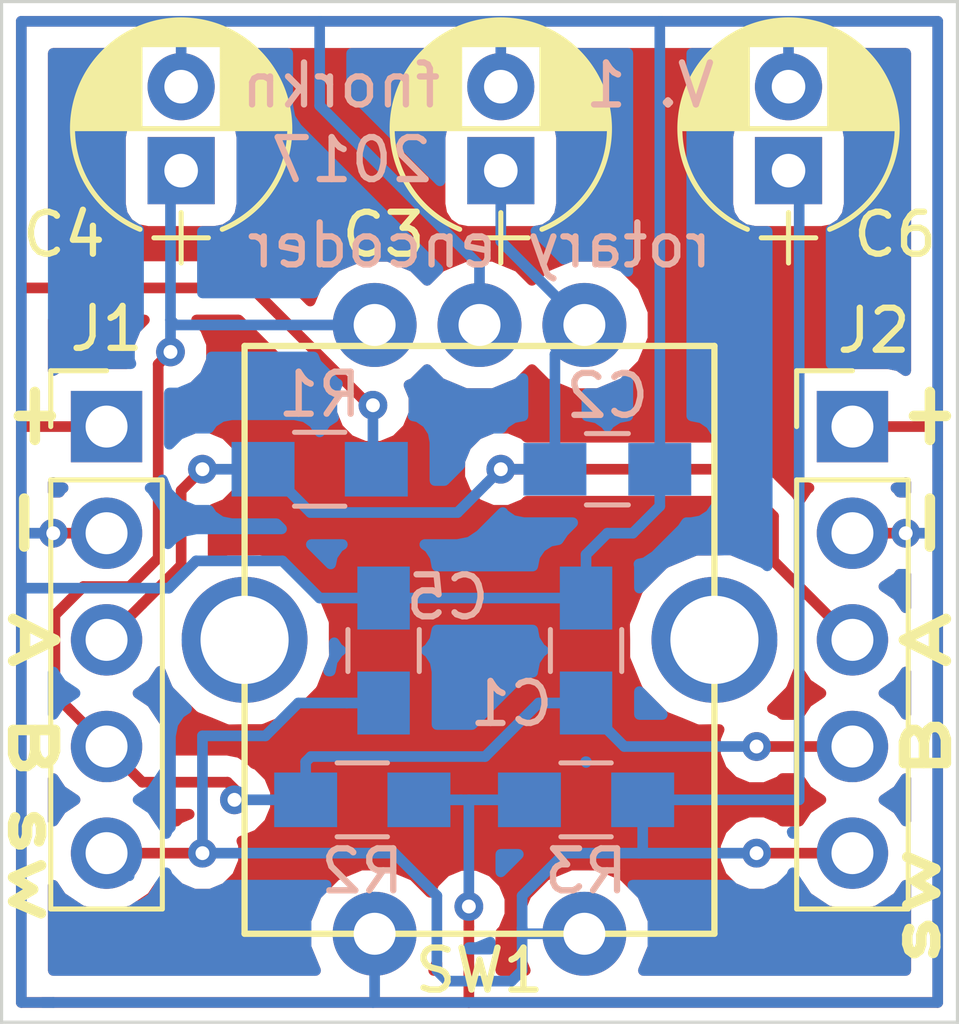
<source format=kicad_pcb>
(kicad_pcb (version 4) (host pcbnew 4.0.6)

  (general
    (links 28)
    (no_connects 0)
    (area 137.084999 106.604999 160.095001 131.139001)
    (thickness 1.6)
    (drawings 18)
    (tracks 163)
    (zones 0)
    (modules 12)
    (nets 6)
  )

  (page A4)
  (layers
    (0 F.Cu signal hide)
    (31 B.Cu signal)
    (32 B.Adhes user hide)
    (33 F.Adhes user hide)
    (34 B.Paste user hide)
    (35 F.Paste user hide)
    (36 B.SilkS user hide)
    (37 F.SilkS user hide)
    (38 B.Mask user hide)
    (39 F.Mask user hide)
    (40 Dwgs.User user hide)
    (41 Cmts.User user hide)
    (42 Eco1.User user hide)
    (43 Eco2.User user hide)
    (44 Edge.Cuts user hide)
    (45 Margin user hide)
    (46 B.CrtYd user hide)
    (47 F.CrtYd user hide)
    (48 B.Fab user hide)
    (49 F.Fab user hide)
  )

  (setup
    (last_trace_width 0.254)
    (trace_clearance 0.254)
    (zone_clearance 0.508)
    (zone_45_only no)
    (trace_min 0.1524)
    (segment_width 0.2)
    (edge_width 0.15)
    (via_size 0.6858)
    (via_drill 0.3302)
    (via_min_size 0.6858)
    (via_min_drill 0.3302)
    (uvia_size 0.3)
    (uvia_drill 0.1)
    (uvias_allowed no)
    (uvia_min_size 0.2)
    (uvia_min_drill 0.1)
    (pcb_text_width 0.3)
    (pcb_text_size 1.5 1)
    (mod_edge_width 0.15)
    (mod_text_size 1 1)
    (mod_text_width 0.15)
    (pad_size 1.524 1.524)
    (pad_drill 0.762)
    (pad_to_mask_clearance 0.2)
    (aux_axis_origin 0 0)
    (visible_elements 7FFFAEFF)
    (pcbplotparams
      (layerselection 0x00030_80000001)
      (usegerberextensions false)
      (excludeedgelayer true)
      (linewidth 0.100000)
      (plotframeref false)
      (viasonmask false)
      (mode 1)
      (useauxorigin false)
      (hpglpennumber 1)
      (hpglpenspeed 20)
      (hpglpendiameter 15)
      (hpglpenoverlay 2)
      (psnegative false)
      (psa4output false)
      (plotreference true)
      (plotvalue true)
      (plotinvisibletext false)
      (padsonsilk false)
      (subtractmaskfromsilk false)
      (outputformat 1)
      (mirror false)
      (drillshape 1)
      (scaleselection 1)
      (outputdirectory ""))
  )

  (net 0 "")
  (net 1 /B)
  (net 2 GND)
  (net 3 /A)
  (net 4 /switch)
  (net 5 +5V)

  (net_class Default "This is the default net class."
    (clearance 0.254)
    (trace_width 0.254)
    (via_dia 0.6858)
    (via_drill 0.3302)
    (uvia_dia 0.3)
    (uvia_drill 0.1)
    (add_net +5V)
    (add_net /A)
    (add_net /B)
    (add_net /switch)
    (add_net GND)
  )

  (module Pin_Headers:Pin_Header_Straight_1x05_Pitch2.54mm (layer F.Cu) (tedit 58CD4EC1) (tstamp 59067399)
    (at 139.7 116.84)
    (descr "Through hole straight pin header, 1x05, 2.54mm pitch, single row")
    (tags "Through hole pin header THT 1x05 2.54mm single row")
    (path /59066CCB)
    (fp_text reference J1 (at 0 -2.33) (layer F.SilkS)
      (effects (font (size 1 1) (thickness 0.15)))
    )
    (fp_text value CONN_01X05 (at 1.3 5.16 90) (layer F.Fab)
      (effects (font (size 1 1) (thickness 0.15)))
    )
    (fp_line (start -1.27 -1.27) (end -1.27 11.43) (layer F.Fab) (width 0.1))
    (fp_line (start -1.27 11.43) (end 1.27 11.43) (layer F.Fab) (width 0.1))
    (fp_line (start 1.27 11.43) (end 1.27 -1.27) (layer F.Fab) (width 0.1))
    (fp_line (start 1.27 -1.27) (end -1.27 -1.27) (layer F.Fab) (width 0.1))
    (fp_line (start -1.33 1.27) (end -1.33 11.49) (layer F.SilkS) (width 0.12))
    (fp_line (start -1.33 11.49) (end 1.33 11.49) (layer F.SilkS) (width 0.12))
    (fp_line (start 1.33 11.49) (end 1.33 1.27) (layer F.SilkS) (width 0.12))
    (fp_line (start 1.33 1.27) (end -1.33 1.27) (layer F.SilkS) (width 0.12))
    (fp_line (start -1.33 0) (end -1.33 -1.33) (layer F.SilkS) (width 0.12))
    (fp_line (start -1.33 -1.33) (end 0 -1.33) (layer F.SilkS) (width 0.12))
    (fp_line (start -1.8 -1.8) (end -1.8 11.95) (layer F.CrtYd) (width 0.05))
    (fp_line (start -1.8 11.95) (end 1.8 11.95) (layer F.CrtYd) (width 0.05))
    (fp_line (start 1.8 11.95) (end 1.8 -1.8) (layer F.CrtYd) (width 0.05))
    (fp_line (start 1.8 -1.8) (end -1.8 -1.8) (layer F.CrtYd) (width 0.05))
    (fp_text user %R (at 0 -2.33) (layer F.Fab)
      (effects (font (size 1 1) (thickness 0.15)))
    )
    (pad 1 thru_hole rect (at 0 0) (size 1.7 1.7) (drill 1) (layers *.Cu *.Mask)
      (net 5 +5V))
    (pad 2 thru_hole oval (at 0 2.54) (size 1.7 1.7) (drill 1) (layers *.Cu *.Mask)
      (net 2 GND))
    (pad 3 thru_hole oval (at 0 5.08) (size 1.7 1.7) (drill 1) (layers *.Cu *.Mask)
      (net 3 /A))
    (pad 4 thru_hole oval (at 0 7.62) (size 1.7 1.7) (drill 1) (layers *.Cu *.Mask)
      (net 1 /B))
    (pad 5 thru_hole oval (at 0 10.16) (size 1.7 1.7) (drill 1) (layers *.Cu *.Mask)
      (net 4 /switch))
    (model ${KISYS3DMOD}/Pin_Headers.3dshapes/Pin_Header_Straight_1x05_Pitch2.54mm.wrl
      (at (xyz 0 -0.2 0))
      (scale (xyz 1 1 1))
      (rotate (xyz 0 0 90))
    )
  )

  (module Capacitors_THT:CP_Radial_D5.0mm_P2.00mm (layer F.Cu) (tedit 58765D06) (tstamp 59067268)
    (at 149.098 110.744 90)
    (descr "CP, Radial series, Radial, pin pitch=2.00mm, , diameter=5mm, Electrolytic Capacitor")
    (tags "CP Radial series Radial pin pitch 2.00mm  diameter 5mm Electrolytic Capacitor")
    (path /59069892)
    (fp_text reference C3 (at -1.524 -2.794 180) (layer F.SilkS)
      (effects (font (size 1 1) (thickness 0.15)))
    )
    (fp_text value ".47 uF" (at 1 -2.236 90) (layer F.Fab)
      (effects (font (size 1 1) (thickness 0.15)))
    )
    (fp_arc (start 1 0) (end -1.397436 -0.98) (angle 135.5) (layer F.SilkS) (width 0.12))
    (fp_arc (start 1 0) (end -1.397436 0.98) (angle -135.5) (layer F.SilkS) (width 0.12))
    (fp_arc (start 1 0) (end 3.397436 -0.98) (angle 44.5) (layer F.SilkS) (width 0.12))
    (fp_circle (center 1 0) (end 3.5 0) (layer F.Fab) (width 0.1))
    (fp_line (start -2.2 0) (end -1 0) (layer F.Fab) (width 0.1))
    (fp_line (start -1.6 -0.65) (end -1.6 0.65) (layer F.Fab) (width 0.1))
    (fp_line (start 1 -2.55) (end 1 2.55) (layer F.SilkS) (width 0.12))
    (fp_line (start 1.04 -2.55) (end 1.04 -0.98) (layer F.SilkS) (width 0.12))
    (fp_line (start 1.04 0.98) (end 1.04 2.55) (layer F.SilkS) (width 0.12))
    (fp_line (start 1.08 -2.549) (end 1.08 -0.98) (layer F.SilkS) (width 0.12))
    (fp_line (start 1.08 0.98) (end 1.08 2.549) (layer F.SilkS) (width 0.12))
    (fp_line (start 1.12 -2.548) (end 1.12 -0.98) (layer F.SilkS) (width 0.12))
    (fp_line (start 1.12 0.98) (end 1.12 2.548) (layer F.SilkS) (width 0.12))
    (fp_line (start 1.16 -2.546) (end 1.16 -0.98) (layer F.SilkS) (width 0.12))
    (fp_line (start 1.16 0.98) (end 1.16 2.546) (layer F.SilkS) (width 0.12))
    (fp_line (start 1.2 -2.543) (end 1.2 -0.98) (layer F.SilkS) (width 0.12))
    (fp_line (start 1.2 0.98) (end 1.2 2.543) (layer F.SilkS) (width 0.12))
    (fp_line (start 1.24 -2.539) (end 1.24 -0.98) (layer F.SilkS) (width 0.12))
    (fp_line (start 1.24 0.98) (end 1.24 2.539) (layer F.SilkS) (width 0.12))
    (fp_line (start 1.28 -2.535) (end 1.28 -0.98) (layer F.SilkS) (width 0.12))
    (fp_line (start 1.28 0.98) (end 1.28 2.535) (layer F.SilkS) (width 0.12))
    (fp_line (start 1.32 -2.531) (end 1.32 -0.98) (layer F.SilkS) (width 0.12))
    (fp_line (start 1.32 0.98) (end 1.32 2.531) (layer F.SilkS) (width 0.12))
    (fp_line (start 1.36 -2.525) (end 1.36 -0.98) (layer F.SilkS) (width 0.12))
    (fp_line (start 1.36 0.98) (end 1.36 2.525) (layer F.SilkS) (width 0.12))
    (fp_line (start 1.4 -2.519) (end 1.4 -0.98) (layer F.SilkS) (width 0.12))
    (fp_line (start 1.4 0.98) (end 1.4 2.519) (layer F.SilkS) (width 0.12))
    (fp_line (start 1.44 -2.513) (end 1.44 -0.98) (layer F.SilkS) (width 0.12))
    (fp_line (start 1.44 0.98) (end 1.44 2.513) (layer F.SilkS) (width 0.12))
    (fp_line (start 1.48 -2.506) (end 1.48 -0.98) (layer F.SilkS) (width 0.12))
    (fp_line (start 1.48 0.98) (end 1.48 2.506) (layer F.SilkS) (width 0.12))
    (fp_line (start 1.52 -2.498) (end 1.52 -0.98) (layer F.SilkS) (width 0.12))
    (fp_line (start 1.52 0.98) (end 1.52 2.498) (layer F.SilkS) (width 0.12))
    (fp_line (start 1.56 -2.489) (end 1.56 -0.98) (layer F.SilkS) (width 0.12))
    (fp_line (start 1.56 0.98) (end 1.56 2.489) (layer F.SilkS) (width 0.12))
    (fp_line (start 1.6 -2.48) (end 1.6 -0.98) (layer F.SilkS) (width 0.12))
    (fp_line (start 1.6 0.98) (end 1.6 2.48) (layer F.SilkS) (width 0.12))
    (fp_line (start 1.64 -2.47) (end 1.64 -0.98) (layer F.SilkS) (width 0.12))
    (fp_line (start 1.64 0.98) (end 1.64 2.47) (layer F.SilkS) (width 0.12))
    (fp_line (start 1.68 -2.46) (end 1.68 -0.98) (layer F.SilkS) (width 0.12))
    (fp_line (start 1.68 0.98) (end 1.68 2.46) (layer F.SilkS) (width 0.12))
    (fp_line (start 1.721 -2.448) (end 1.721 -0.98) (layer F.SilkS) (width 0.12))
    (fp_line (start 1.721 0.98) (end 1.721 2.448) (layer F.SilkS) (width 0.12))
    (fp_line (start 1.761 -2.436) (end 1.761 -0.98) (layer F.SilkS) (width 0.12))
    (fp_line (start 1.761 0.98) (end 1.761 2.436) (layer F.SilkS) (width 0.12))
    (fp_line (start 1.801 -2.424) (end 1.801 -0.98) (layer F.SilkS) (width 0.12))
    (fp_line (start 1.801 0.98) (end 1.801 2.424) (layer F.SilkS) (width 0.12))
    (fp_line (start 1.841 -2.41) (end 1.841 -0.98) (layer F.SilkS) (width 0.12))
    (fp_line (start 1.841 0.98) (end 1.841 2.41) (layer F.SilkS) (width 0.12))
    (fp_line (start 1.881 -2.396) (end 1.881 -0.98) (layer F.SilkS) (width 0.12))
    (fp_line (start 1.881 0.98) (end 1.881 2.396) (layer F.SilkS) (width 0.12))
    (fp_line (start 1.921 -2.382) (end 1.921 -0.98) (layer F.SilkS) (width 0.12))
    (fp_line (start 1.921 0.98) (end 1.921 2.382) (layer F.SilkS) (width 0.12))
    (fp_line (start 1.961 -2.366) (end 1.961 -0.98) (layer F.SilkS) (width 0.12))
    (fp_line (start 1.961 0.98) (end 1.961 2.366) (layer F.SilkS) (width 0.12))
    (fp_line (start 2.001 -2.35) (end 2.001 -0.98) (layer F.SilkS) (width 0.12))
    (fp_line (start 2.001 0.98) (end 2.001 2.35) (layer F.SilkS) (width 0.12))
    (fp_line (start 2.041 -2.333) (end 2.041 -0.98) (layer F.SilkS) (width 0.12))
    (fp_line (start 2.041 0.98) (end 2.041 2.333) (layer F.SilkS) (width 0.12))
    (fp_line (start 2.081 -2.315) (end 2.081 -0.98) (layer F.SilkS) (width 0.12))
    (fp_line (start 2.081 0.98) (end 2.081 2.315) (layer F.SilkS) (width 0.12))
    (fp_line (start 2.121 -2.296) (end 2.121 -0.98) (layer F.SilkS) (width 0.12))
    (fp_line (start 2.121 0.98) (end 2.121 2.296) (layer F.SilkS) (width 0.12))
    (fp_line (start 2.161 -2.276) (end 2.161 -0.98) (layer F.SilkS) (width 0.12))
    (fp_line (start 2.161 0.98) (end 2.161 2.276) (layer F.SilkS) (width 0.12))
    (fp_line (start 2.201 -2.256) (end 2.201 -0.98) (layer F.SilkS) (width 0.12))
    (fp_line (start 2.201 0.98) (end 2.201 2.256) (layer F.SilkS) (width 0.12))
    (fp_line (start 2.241 -2.234) (end 2.241 -0.98) (layer F.SilkS) (width 0.12))
    (fp_line (start 2.241 0.98) (end 2.241 2.234) (layer F.SilkS) (width 0.12))
    (fp_line (start 2.281 -2.212) (end 2.281 -0.98) (layer F.SilkS) (width 0.12))
    (fp_line (start 2.281 0.98) (end 2.281 2.212) (layer F.SilkS) (width 0.12))
    (fp_line (start 2.321 -2.189) (end 2.321 -0.98) (layer F.SilkS) (width 0.12))
    (fp_line (start 2.321 0.98) (end 2.321 2.189) (layer F.SilkS) (width 0.12))
    (fp_line (start 2.361 -2.165) (end 2.361 -0.98) (layer F.SilkS) (width 0.12))
    (fp_line (start 2.361 0.98) (end 2.361 2.165) (layer F.SilkS) (width 0.12))
    (fp_line (start 2.401 -2.14) (end 2.401 -0.98) (layer F.SilkS) (width 0.12))
    (fp_line (start 2.401 0.98) (end 2.401 2.14) (layer F.SilkS) (width 0.12))
    (fp_line (start 2.441 -2.113) (end 2.441 -0.98) (layer F.SilkS) (width 0.12))
    (fp_line (start 2.441 0.98) (end 2.441 2.113) (layer F.SilkS) (width 0.12))
    (fp_line (start 2.481 -2.086) (end 2.481 -0.98) (layer F.SilkS) (width 0.12))
    (fp_line (start 2.481 0.98) (end 2.481 2.086) (layer F.SilkS) (width 0.12))
    (fp_line (start 2.521 -2.058) (end 2.521 -0.98) (layer F.SilkS) (width 0.12))
    (fp_line (start 2.521 0.98) (end 2.521 2.058) (layer F.SilkS) (width 0.12))
    (fp_line (start 2.561 -2.028) (end 2.561 -0.98) (layer F.SilkS) (width 0.12))
    (fp_line (start 2.561 0.98) (end 2.561 2.028) (layer F.SilkS) (width 0.12))
    (fp_line (start 2.601 -1.997) (end 2.601 -0.98) (layer F.SilkS) (width 0.12))
    (fp_line (start 2.601 0.98) (end 2.601 1.997) (layer F.SilkS) (width 0.12))
    (fp_line (start 2.641 -1.965) (end 2.641 -0.98) (layer F.SilkS) (width 0.12))
    (fp_line (start 2.641 0.98) (end 2.641 1.965) (layer F.SilkS) (width 0.12))
    (fp_line (start 2.681 -1.932) (end 2.681 -0.98) (layer F.SilkS) (width 0.12))
    (fp_line (start 2.681 0.98) (end 2.681 1.932) (layer F.SilkS) (width 0.12))
    (fp_line (start 2.721 -1.897) (end 2.721 -0.98) (layer F.SilkS) (width 0.12))
    (fp_line (start 2.721 0.98) (end 2.721 1.897) (layer F.SilkS) (width 0.12))
    (fp_line (start 2.761 -1.861) (end 2.761 -0.98) (layer F.SilkS) (width 0.12))
    (fp_line (start 2.761 0.98) (end 2.761 1.861) (layer F.SilkS) (width 0.12))
    (fp_line (start 2.801 -1.823) (end 2.801 -0.98) (layer F.SilkS) (width 0.12))
    (fp_line (start 2.801 0.98) (end 2.801 1.823) (layer F.SilkS) (width 0.12))
    (fp_line (start 2.841 -1.783) (end 2.841 -0.98) (layer F.SilkS) (width 0.12))
    (fp_line (start 2.841 0.98) (end 2.841 1.783) (layer F.SilkS) (width 0.12))
    (fp_line (start 2.881 -1.742) (end 2.881 -0.98) (layer F.SilkS) (width 0.12))
    (fp_line (start 2.881 0.98) (end 2.881 1.742) (layer F.SilkS) (width 0.12))
    (fp_line (start 2.921 -1.699) (end 2.921 -0.98) (layer F.SilkS) (width 0.12))
    (fp_line (start 2.921 0.98) (end 2.921 1.699) (layer F.SilkS) (width 0.12))
    (fp_line (start 2.961 -1.654) (end 2.961 -0.98) (layer F.SilkS) (width 0.12))
    (fp_line (start 2.961 0.98) (end 2.961 1.654) (layer F.SilkS) (width 0.12))
    (fp_line (start 3.001 -1.606) (end 3.001 1.606) (layer F.SilkS) (width 0.12))
    (fp_line (start 3.041 -1.556) (end 3.041 1.556) (layer F.SilkS) (width 0.12))
    (fp_line (start 3.081 -1.504) (end 3.081 1.504) (layer F.SilkS) (width 0.12))
    (fp_line (start 3.121 -1.448) (end 3.121 1.448) (layer F.SilkS) (width 0.12))
    (fp_line (start 3.161 -1.39) (end 3.161 1.39) (layer F.SilkS) (width 0.12))
    (fp_line (start 3.201 -1.327) (end 3.201 1.327) (layer F.SilkS) (width 0.12))
    (fp_line (start 3.241 -1.261) (end 3.241 1.261) (layer F.SilkS) (width 0.12))
    (fp_line (start 3.281 -1.189) (end 3.281 1.189) (layer F.SilkS) (width 0.12))
    (fp_line (start 3.321 -1.112) (end 3.321 1.112) (layer F.SilkS) (width 0.12))
    (fp_line (start 3.361 -1.028) (end 3.361 1.028) (layer F.SilkS) (width 0.12))
    (fp_line (start 3.401 -0.934) (end 3.401 0.934) (layer F.SilkS) (width 0.12))
    (fp_line (start 3.441 -0.829) (end 3.441 0.829) (layer F.SilkS) (width 0.12))
    (fp_line (start 3.481 -0.707) (end 3.481 0.707) (layer F.SilkS) (width 0.12))
    (fp_line (start 3.521 -0.559) (end 3.521 0.559) (layer F.SilkS) (width 0.12))
    (fp_line (start 3.561 -0.354) (end 3.561 0.354) (layer F.SilkS) (width 0.12))
    (fp_line (start -2.2 0) (end -1 0) (layer F.SilkS) (width 0.12))
    (fp_line (start -1.6 -0.65) (end -1.6 0.65) (layer F.SilkS) (width 0.12))
    (fp_line (start -1.85 -2.85) (end -1.85 2.85) (layer F.CrtYd) (width 0.05))
    (fp_line (start -1.85 2.85) (end 3.85 2.85) (layer F.CrtYd) (width 0.05))
    (fp_line (start 3.85 2.85) (end 3.85 -2.85) (layer F.CrtYd) (width 0.05))
    (fp_line (start 3.85 -2.85) (end -1.85 -2.85) (layer F.CrtYd) (width 0.05))
    (pad 1 thru_hole rect (at 0 0 90) (size 1.6 1.6) (drill 0.8) (layers *.Cu *.Mask)
      (net 3 /A))
    (pad 2 thru_hole circle (at 2 0 90) (size 1.6 1.6) (drill 0.8) (layers *.Cu *.Mask)
      (net 2 GND))
    (model Capacitors_THT.3dshapes/CP_Radial_D5.0mm_P2.00mm.wrl
      (at (xyz 0 0 0))
      (scale (xyz 0.393701 0.393701 0.393701))
      (rotate (xyz 0 0 0))
    )
  )

  (module Capacitors_THT:CP_Radial_D5.0mm_P2.00mm (layer F.Cu) (tedit 58765D06) (tstamp 590672EC)
    (at 141.478 110.744 90)
    (descr "CP, Radial series, Radial, pin pitch=2.00mm, , diameter=5mm, Electrolytic Capacitor")
    (tags "CP Radial series Radial pin pitch 2.00mm  diameter 5mm Electrolytic Capacitor")
    (path /59068A16)
    (fp_text reference C4 (at -1.524 -2.794 180) (layer F.SilkS)
      (effects (font (size 1 1) (thickness 0.15)))
    )
    (fp_text value ".47 uF" (at 0.792 2.764 90) (layer F.Fab)
      (effects (font (size 1 1) (thickness 0.15)))
    )
    (fp_arc (start 1 0) (end -1.397436 -0.98) (angle 135.5) (layer F.SilkS) (width 0.12))
    (fp_arc (start 1 0) (end -1.397436 0.98) (angle -135.5) (layer F.SilkS) (width 0.12))
    (fp_arc (start 1 0) (end 3.397436 -0.98) (angle 44.5) (layer F.SilkS) (width 0.12))
    (fp_circle (center 1 0) (end 3.5 0) (layer F.Fab) (width 0.1))
    (fp_line (start -2.2 0) (end -1 0) (layer F.Fab) (width 0.1))
    (fp_line (start -1.6 -0.65) (end -1.6 0.65) (layer F.Fab) (width 0.1))
    (fp_line (start 1 -2.55) (end 1 2.55) (layer F.SilkS) (width 0.12))
    (fp_line (start 1.04 -2.55) (end 1.04 -0.98) (layer F.SilkS) (width 0.12))
    (fp_line (start 1.04 0.98) (end 1.04 2.55) (layer F.SilkS) (width 0.12))
    (fp_line (start 1.08 -2.549) (end 1.08 -0.98) (layer F.SilkS) (width 0.12))
    (fp_line (start 1.08 0.98) (end 1.08 2.549) (layer F.SilkS) (width 0.12))
    (fp_line (start 1.12 -2.548) (end 1.12 -0.98) (layer F.SilkS) (width 0.12))
    (fp_line (start 1.12 0.98) (end 1.12 2.548) (layer F.SilkS) (width 0.12))
    (fp_line (start 1.16 -2.546) (end 1.16 -0.98) (layer F.SilkS) (width 0.12))
    (fp_line (start 1.16 0.98) (end 1.16 2.546) (layer F.SilkS) (width 0.12))
    (fp_line (start 1.2 -2.543) (end 1.2 -0.98) (layer F.SilkS) (width 0.12))
    (fp_line (start 1.2 0.98) (end 1.2 2.543) (layer F.SilkS) (width 0.12))
    (fp_line (start 1.24 -2.539) (end 1.24 -0.98) (layer F.SilkS) (width 0.12))
    (fp_line (start 1.24 0.98) (end 1.24 2.539) (layer F.SilkS) (width 0.12))
    (fp_line (start 1.28 -2.535) (end 1.28 -0.98) (layer F.SilkS) (width 0.12))
    (fp_line (start 1.28 0.98) (end 1.28 2.535) (layer F.SilkS) (width 0.12))
    (fp_line (start 1.32 -2.531) (end 1.32 -0.98) (layer F.SilkS) (width 0.12))
    (fp_line (start 1.32 0.98) (end 1.32 2.531) (layer F.SilkS) (width 0.12))
    (fp_line (start 1.36 -2.525) (end 1.36 -0.98) (layer F.SilkS) (width 0.12))
    (fp_line (start 1.36 0.98) (end 1.36 2.525) (layer F.SilkS) (width 0.12))
    (fp_line (start 1.4 -2.519) (end 1.4 -0.98) (layer F.SilkS) (width 0.12))
    (fp_line (start 1.4 0.98) (end 1.4 2.519) (layer F.SilkS) (width 0.12))
    (fp_line (start 1.44 -2.513) (end 1.44 -0.98) (layer F.SilkS) (width 0.12))
    (fp_line (start 1.44 0.98) (end 1.44 2.513) (layer F.SilkS) (width 0.12))
    (fp_line (start 1.48 -2.506) (end 1.48 -0.98) (layer F.SilkS) (width 0.12))
    (fp_line (start 1.48 0.98) (end 1.48 2.506) (layer F.SilkS) (width 0.12))
    (fp_line (start 1.52 -2.498) (end 1.52 -0.98) (layer F.SilkS) (width 0.12))
    (fp_line (start 1.52 0.98) (end 1.52 2.498) (layer F.SilkS) (width 0.12))
    (fp_line (start 1.56 -2.489) (end 1.56 -0.98) (layer F.SilkS) (width 0.12))
    (fp_line (start 1.56 0.98) (end 1.56 2.489) (layer F.SilkS) (width 0.12))
    (fp_line (start 1.6 -2.48) (end 1.6 -0.98) (layer F.SilkS) (width 0.12))
    (fp_line (start 1.6 0.98) (end 1.6 2.48) (layer F.SilkS) (width 0.12))
    (fp_line (start 1.64 -2.47) (end 1.64 -0.98) (layer F.SilkS) (width 0.12))
    (fp_line (start 1.64 0.98) (end 1.64 2.47) (layer F.SilkS) (width 0.12))
    (fp_line (start 1.68 -2.46) (end 1.68 -0.98) (layer F.SilkS) (width 0.12))
    (fp_line (start 1.68 0.98) (end 1.68 2.46) (layer F.SilkS) (width 0.12))
    (fp_line (start 1.721 -2.448) (end 1.721 -0.98) (layer F.SilkS) (width 0.12))
    (fp_line (start 1.721 0.98) (end 1.721 2.448) (layer F.SilkS) (width 0.12))
    (fp_line (start 1.761 -2.436) (end 1.761 -0.98) (layer F.SilkS) (width 0.12))
    (fp_line (start 1.761 0.98) (end 1.761 2.436) (layer F.SilkS) (width 0.12))
    (fp_line (start 1.801 -2.424) (end 1.801 -0.98) (layer F.SilkS) (width 0.12))
    (fp_line (start 1.801 0.98) (end 1.801 2.424) (layer F.SilkS) (width 0.12))
    (fp_line (start 1.841 -2.41) (end 1.841 -0.98) (layer F.SilkS) (width 0.12))
    (fp_line (start 1.841 0.98) (end 1.841 2.41) (layer F.SilkS) (width 0.12))
    (fp_line (start 1.881 -2.396) (end 1.881 -0.98) (layer F.SilkS) (width 0.12))
    (fp_line (start 1.881 0.98) (end 1.881 2.396) (layer F.SilkS) (width 0.12))
    (fp_line (start 1.921 -2.382) (end 1.921 -0.98) (layer F.SilkS) (width 0.12))
    (fp_line (start 1.921 0.98) (end 1.921 2.382) (layer F.SilkS) (width 0.12))
    (fp_line (start 1.961 -2.366) (end 1.961 -0.98) (layer F.SilkS) (width 0.12))
    (fp_line (start 1.961 0.98) (end 1.961 2.366) (layer F.SilkS) (width 0.12))
    (fp_line (start 2.001 -2.35) (end 2.001 -0.98) (layer F.SilkS) (width 0.12))
    (fp_line (start 2.001 0.98) (end 2.001 2.35) (layer F.SilkS) (width 0.12))
    (fp_line (start 2.041 -2.333) (end 2.041 -0.98) (layer F.SilkS) (width 0.12))
    (fp_line (start 2.041 0.98) (end 2.041 2.333) (layer F.SilkS) (width 0.12))
    (fp_line (start 2.081 -2.315) (end 2.081 -0.98) (layer F.SilkS) (width 0.12))
    (fp_line (start 2.081 0.98) (end 2.081 2.315) (layer F.SilkS) (width 0.12))
    (fp_line (start 2.121 -2.296) (end 2.121 -0.98) (layer F.SilkS) (width 0.12))
    (fp_line (start 2.121 0.98) (end 2.121 2.296) (layer F.SilkS) (width 0.12))
    (fp_line (start 2.161 -2.276) (end 2.161 -0.98) (layer F.SilkS) (width 0.12))
    (fp_line (start 2.161 0.98) (end 2.161 2.276) (layer F.SilkS) (width 0.12))
    (fp_line (start 2.201 -2.256) (end 2.201 -0.98) (layer F.SilkS) (width 0.12))
    (fp_line (start 2.201 0.98) (end 2.201 2.256) (layer F.SilkS) (width 0.12))
    (fp_line (start 2.241 -2.234) (end 2.241 -0.98) (layer F.SilkS) (width 0.12))
    (fp_line (start 2.241 0.98) (end 2.241 2.234) (layer F.SilkS) (width 0.12))
    (fp_line (start 2.281 -2.212) (end 2.281 -0.98) (layer F.SilkS) (width 0.12))
    (fp_line (start 2.281 0.98) (end 2.281 2.212) (layer F.SilkS) (width 0.12))
    (fp_line (start 2.321 -2.189) (end 2.321 -0.98) (layer F.SilkS) (width 0.12))
    (fp_line (start 2.321 0.98) (end 2.321 2.189) (layer F.SilkS) (width 0.12))
    (fp_line (start 2.361 -2.165) (end 2.361 -0.98) (layer F.SilkS) (width 0.12))
    (fp_line (start 2.361 0.98) (end 2.361 2.165) (layer F.SilkS) (width 0.12))
    (fp_line (start 2.401 -2.14) (end 2.401 -0.98) (layer F.SilkS) (width 0.12))
    (fp_line (start 2.401 0.98) (end 2.401 2.14) (layer F.SilkS) (width 0.12))
    (fp_line (start 2.441 -2.113) (end 2.441 -0.98) (layer F.SilkS) (width 0.12))
    (fp_line (start 2.441 0.98) (end 2.441 2.113) (layer F.SilkS) (width 0.12))
    (fp_line (start 2.481 -2.086) (end 2.481 -0.98) (layer F.SilkS) (width 0.12))
    (fp_line (start 2.481 0.98) (end 2.481 2.086) (layer F.SilkS) (width 0.12))
    (fp_line (start 2.521 -2.058) (end 2.521 -0.98) (layer F.SilkS) (width 0.12))
    (fp_line (start 2.521 0.98) (end 2.521 2.058) (layer F.SilkS) (width 0.12))
    (fp_line (start 2.561 -2.028) (end 2.561 -0.98) (layer F.SilkS) (width 0.12))
    (fp_line (start 2.561 0.98) (end 2.561 2.028) (layer F.SilkS) (width 0.12))
    (fp_line (start 2.601 -1.997) (end 2.601 -0.98) (layer F.SilkS) (width 0.12))
    (fp_line (start 2.601 0.98) (end 2.601 1.997) (layer F.SilkS) (width 0.12))
    (fp_line (start 2.641 -1.965) (end 2.641 -0.98) (layer F.SilkS) (width 0.12))
    (fp_line (start 2.641 0.98) (end 2.641 1.965) (layer F.SilkS) (width 0.12))
    (fp_line (start 2.681 -1.932) (end 2.681 -0.98) (layer F.SilkS) (width 0.12))
    (fp_line (start 2.681 0.98) (end 2.681 1.932) (layer F.SilkS) (width 0.12))
    (fp_line (start 2.721 -1.897) (end 2.721 -0.98) (layer F.SilkS) (width 0.12))
    (fp_line (start 2.721 0.98) (end 2.721 1.897) (layer F.SilkS) (width 0.12))
    (fp_line (start 2.761 -1.861) (end 2.761 -0.98) (layer F.SilkS) (width 0.12))
    (fp_line (start 2.761 0.98) (end 2.761 1.861) (layer F.SilkS) (width 0.12))
    (fp_line (start 2.801 -1.823) (end 2.801 -0.98) (layer F.SilkS) (width 0.12))
    (fp_line (start 2.801 0.98) (end 2.801 1.823) (layer F.SilkS) (width 0.12))
    (fp_line (start 2.841 -1.783) (end 2.841 -0.98) (layer F.SilkS) (width 0.12))
    (fp_line (start 2.841 0.98) (end 2.841 1.783) (layer F.SilkS) (width 0.12))
    (fp_line (start 2.881 -1.742) (end 2.881 -0.98) (layer F.SilkS) (width 0.12))
    (fp_line (start 2.881 0.98) (end 2.881 1.742) (layer F.SilkS) (width 0.12))
    (fp_line (start 2.921 -1.699) (end 2.921 -0.98) (layer F.SilkS) (width 0.12))
    (fp_line (start 2.921 0.98) (end 2.921 1.699) (layer F.SilkS) (width 0.12))
    (fp_line (start 2.961 -1.654) (end 2.961 -0.98) (layer F.SilkS) (width 0.12))
    (fp_line (start 2.961 0.98) (end 2.961 1.654) (layer F.SilkS) (width 0.12))
    (fp_line (start 3.001 -1.606) (end 3.001 1.606) (layer F.SilkS) (width 0.12))
    (fp_line (start 3.041 -1.556) (end 3.041 1.556) (layer F.SilkS) (width 0.12))
    (fp_line (start 3.081 -1.504) (end 3.081 1.504) (layer F.SilkS) (width 0.12))
    (fp_line (start 3.121 -1.448) (end 3.121 1.448) (layer F.SilkS) (width 0.12))
    (fp_line (start 3.161 -1.39) (end 3.161 1.39) (layer F.SilkS) (width 0.12))
    (fp_line (start 3.201 -1.327) (end 3.201 1.327) (layer F.SilkS) (width 0.12))
    (fp_line (start 3.241 -1.261) (end 3.241 1.261) (layer F.SilkS) (width 0.12))
    (fp_line (start 3.281 -1.189) (end 3.281 1.189) (layer F.SilkS) (width 0.12))
    (fp_line (start 3.321 -1.112) (end 3.321 1.112) (layer F.SilkS) (width 0.12))
    (fp_line (start 3.361 -1.028) (end 3.361 1.028) (layer F.SilkS) (width 0.12))
    (fp_line (start 3.401 -0.934) (end 3.401 0.934) (layer F.SilkS) (width 0.12))
    (fp_line (start 3.441 -0.829) (end 3.441 0.829) (layer F.SilkS) (width 0.12))
    (fp_line (start 3.481 -0.707) (end 3.481 0.707) (layer F.SilkS) (width 0.12))
    (fp_line (start 3.521 -0.559) (end 3.521 0.559) (layer F.SilkS) (width 0.12))
    (fp_line (start 3.561 -0.354) (end 3.561 0.354) (layer F.SilkS) (width 0.12))
    (fp_line (start -2.2 0) (end -1 0) (layer F.SilkS) (width 0.12))
    (fp_line (start -1.6 -0.65) (end -1.6 0.65) (layer F.SilkS) (width 0.12))
    (fp_line (start -1.85 -2.85) (end -1.85 2.85) (layer F.CrtYd) (width 0.05))
    (fp_line (start -1.85 2.85) (end 3.85 2.85) (layer F.CrtYd) (width 0.05))
    (fp_line (start 3.85 2.85) (end 3.85 -2.85) (layer F.CrtYd) (width 0.05))
    (fp_line (start 3.85 -2.85) (end -1.85 -2.85) (layer F.CrtYd) (width 0.05))
    (pad 1 thru_hole rect (at 0 0 90) (size 1.6 1.6) (drill 0.8) (layers *.Cu *.Mask)
      (net 1 /B))
    (pad 2 thru_hole circle (at 2 0 90) (size 1.6 1.6) (drill 0.8) (layers *.Cu *.Mask)
      (net 2 GND))
    (model Capacitors_THT.3dshapes/CP_Radial_D5.0mm_P2.00mm.wrl
      (at (xyz 0 0 0))
      (scale (xyz 0.393701 0.393701 0.393701))
      (rotate (xyz 0 0 0))
    )
  )

  (module Capacitors_THT:CP_Radial_D5.0mm_P2.00mm (layer F.Cu) (tedit 58765D06) (tstamp 59067381)
    (at 155.956 110.744 90)
    (descr "CP, Radial series, Radial, pin pitch=2.00mm, , diameter=5mm, Electrolytic Capacitor")
    (tags "CP Radial series Radial pin pitch 2.00mm  diameter 5mm Electrolytic Capacitor")
    (path /59065CAE)
    (fp_text reference C6 (at -1.524 2.54 180) (layer F.SilkS)
      (effects (font (size 1 1) (thickness 0.15)))
    )
    (fp_text value ".47 uF" (at -0.226 2.764 90) (layer F.Fab)
      (effects (font (size 1 1) (thickness 0.15)))
    )
    (fp_arc (start 1 0) (end -1.397436 -0.98) (angle 135.5) (layer F.SilkS) (width 0.12))
    (fp_arc (start 1 0) (end -1.397436 0.98) (angle -135.5) (layer F.SilkS) (width 0.12))
    (fp_arc (start 1 0) (end 3.397436 -0.98) (angle 44.5) (layer F.SilkS) (width 0.12))
    (fp_circle (center 1 0) (end 3.5 0) (layer F.Fab) (width 0.1))
    (fp_line (start -2.2 0) (end -1 0) (layer F.Fab) (width 0.1))
    (fp_line (start -1.6 -0.65) (end -1.6 0.65) (layer F.Fab) (width 0.1))
    (fp_line (start 1 -2.55) (end 1 2.55) (layer F.SilkS) (width 0.12))
    (fp_line (start 1.04 -2.55) (end 1.04 -0.98) (layer F.SilkS) (width 0.12))
    (fp_line (start 1.04 0.98) (end 1.04 2.55) (layer F.SilkS) (width 0.12))
    (fp_line (start 1.08 -2.549) (end 1.08 -0.98) (layer F.SilkS) (width 0.12))
    (fp_line (start 1.08 0.98) (end 1.08 2.549) (layer F.SilkS) (width 0.12))
    (fp_line (start 1.12 -2.548) (end 1.12 -0.98) (layer F.SilkS) (width 0.12))
    (fp_line (start 1.12 0.98) (end 1.12 2.548) (layer F.SilkS) (width 0.12))
    (fp_line (start 1.16 -2.546) (end 1.16 -0.98) (layer F.SilkS) (width 0.12))
    (fp_line (start 1.16 0.98) (end 1.16 2.546) (layer F.SilkS) (width 0.12))
    (fp_line (start 1.2 -2.543) (end 1.2 -0.98) (layer F.SilkS) (width 0.12))
    (fp_line (start 1.2 0.98) (end 1.2 2.543) (layer F.SilkS) (width 0.12))
    (fp_line (start 1.24 -2.539) (end 1.24 -0.98) (layer F.SilkS) (width 0.12))
    (fp_line (start 1.24 0.98) (end 1.24 2.539) (layer F.SilkS) (width 0.12))
    (fp_line (start 1.28 -2.535) (end 1.28 -0.98) (layer F.SilkS) (width 0.12))
    (fp_line (start 1.28 0.98) (end 1.28 2.535) (layer F.SilkS) (width 0.12))
    (fp_line (start 1.32 -2.531) (end 1.32 -0.98) (layer F.SilkS) (width 0.12))
    (fp_line (start 1.32 0.98) (end 1.32 2.531) (layer F.SilkS) (width 0.12))
    (fp_line (start 1.36 -2.525) (end 1.36 -0.98) (layer F.SilkS) (width 0.12))
    (fp_line (start 1.36 0.98) (end 1.36 2.525) (layer F.SilkS) (width 0.12))
    (fp_line (start 1.4 -2.519) (end 1.4 -0.98) (layer F.SilkS) (width 0.12))
    (fp_line (start 1.4 0.98) (end 1.4 2.519) (layer F.SilkS) (width 0.12))
    (fp_line (start 1.44 -2.513) (end 1.44 -0.98) (layer F.SilkS) (width 0.12))
    (fp_line (start 1.44 0.98) (end 1.44 2.513) (layer F.SilkS) (width 0.12))
    (fp_line (start 1.48 -2.506) (end 1.48 -0.98) (layer F.SilkS) (width 0.12))
    (fp_line (start 1.48 0.98) (end 1.48 2.506) (layer F.SilkS) (width 0.12))
    (fp_line (start 1.52 -2.498) (end 1.52 -0.98) (layer F.SilkS) (width 0.12))
    (fp_line (start 1.52 0.98) (end 1.52 2.498) (layer F.SilkS) (width 0.12))
    (fp_line (start 1.56 -2.489) (end 1.56 -0.98) (layer F.SilkS) (width 0.12))
    (fp_line (start 1.56 0.98) (end 1.56 2.489) (layer F.SilkS) (width 0.12))
    (fp_line (start 1.6 -2.48) (end 1.6 -0.98) (layer F.SilkS) (width 0.12))
    (fp_line (start 1.6 0.98) (end 1.6 2.48) (layer F.SilkS) (width 0.12))
    (fp_line (start 1.64 -2.47) (end 1.64 -0.98) (layer F.SilkS) (width 0.12))
    (fp_line (start 1.64 0.98) (end 1.64 2.47) (layer F.SilkS) (width 0.12))
    (fp_line (start 1.68 -2.46) (end 1.68 -0.98) (layer F.SilkS) (width 0.12))
    (fp_line (start 1.68 0.98) (end 1.68 2.46) (layer F.SilkS) (width 0.12))
    (fp_line (start 1.721 -2.448) (end 1.721 -0.98) (layer F.SilkS) (width 0.12))
    (fp_line (start 1.721 0.98) (end 1.721 2.448) (layer F.SilkS) (width 0.12))
    (fp_line (start 1.761 -2.436) (end 1.761 -0.98) (layer F.SilkS) (width 0.12))
    (fp_line (start 1.761 0.98) (end 1.761 2.436) (layer F.SilkS) (width 0.12))
    (fp_line (start 1.801 -2.424) (end 1.801 -0.98) (layer F.SilkS) (width 0.12))
    (fp_line (start 1.801 0.98) (end 1.801 2.424) (layer F.SilkS) (width 0.12))
    (fp_line (start 1.841 -2.41) (end 1.841 -0.98) (layer F.SilkS) (width 0.12))
    (fp_line (start 1.841 0.98) (end 1.841 2.41) (layer F.SilkS) (width 0.12))
    (fp_line (start 1.881 -2.396) (end 1.881 -0.98) (layer F.SilkS) (width 0.12))
    (fp_line (start 1.881 0.98) (end 1.881 2.396) (layer F.SilkS) (width 0.12))
    (fp_line (start 1.921 -2.382) (end 1.921 -0.98) (layer F.SilkS) (width 0.12))
    (fp_line (start 1.921 0.98) (end 1.921 2.382) (layer F.SilkS) (width 0.12))
    (fp_line (start 1.961 -2.366) (end 1.961 -0.98) (layer F.SilkS) (width 0.12))
    (fp_line (start 1.961 0.98) (end 1.961 2.366) (layer F.SilkS) (width 0.12))
    (fp_line (start 2.001 -2.35) (end 2.001 -0.98) (layer F.SilkS) (width 0.12))
    (fp_line (start 2.001 0.98) (end 2.001 2.35) (layer F.SilkS) (width 0.12))
    (fp_line (start 2.041 -2.333) (end 2.041 -0.98) (layer F.SilkS) (width 0.12))
    (fp_line (start 2.041 0.98) (end 2.041 2.333) (layer F.SilkS) (width 0.12))
    (fp_line (start 2.081 -2.315) (end 2.081 -0.98) (layer F.SilkS) (width 0.12))
    (fp_line (start 2.081 0.98) (end 2.081 2.315) (layer F.SilkS) (width 0.12))
    (fp_line (start 2.121 -2.296) (end 2.121 -0.98) (layer F.SilkS) (width 0.12))
    (fp_line (start 2.121 0.98) (end 2.121 2.296) (layer F.SilkS) (width 0.12))
    (fp_line (start 2.161 -2.276) (end 2.161 -0.98) (layer F.SilkS) (width 0.12))
    (fp_line (start 2.161 0.98) (end 2.161 2.276) (layer F.SilkS) (width 0.12))
    (fp_line (start 2.201 -2.256) (end 2.201 -0.98) (layer F.SilkS) (width 0.12))
    (fp_line (start 2.201 0.98) (end 2.201 2.256) (layer F.SilkS) (width 0.12))
    (fp_line (start 2.241 -2.234) (end 2.241 -0.98) (layer F.SilkS) (width 0.12))
    (fp_line (start 2.241 0.98) (end 2.241 2.234) (layer F.SilkS) (width 0.12))
    (fp_line (start 2.281 -2.212) (end 2.281 -0.98) (layer F.SilkS) (width 0.12))
    (fp_line (start 2.281 0.98) (end 2.281 2.212) (layer F.SilkS) (width 0.12))
    (fp_line (start 2.321 -2.189) (end 2.321 -0.98) (layer F.SilkS) (width 0.12))
    (fp_line (start 2.321 0.98) (end 2.321 2.189) (layer F.SilkS) (width 0.12))
    (fp_line (start 2.361 -2.165) (end 2.361 -0.98) (layer F.SilkS) (width 0.12))
    (fp_line (start 2.361 0.98) (end 2.361 2.165) (layer F.SilkS) (width 0.12))
    (fp_line (start 2.401 -2.14) (end 2.401 -0.98) (layer F.SilkS) (width 0.12))
    (fp_line (start 2.401 0.98) (end 2.401 2.14) (layer F.SilkS) (width 0.12))
    (fp_line (start 2.441 -2.113) (end 2.441 -0.98) (layer F.SilkS) (width 0.12))
    (fp_line (start 2.441 0.98) (end 2.441 2.113) (layer F.SilkS) (width 0.12))
    (fp_line (start 2.481 -2.086) (end 2.481 -0.98) (layer F.SilkS) (width 0.12))
    (fp_line (start 2.481 0.98) (end 2.481 2.086) (layer F.SilkS) (width 0.12))
    (fp_line (start 2.521 -2.058) (end 2.521 -0.98) (layer F.SilkS) (width 0.12))
    (fp_line (start 2.521 0.98) (end 2.521 2.058) (layer F.SilkS) (width 0.12))
    (fp_line (start 2.561 -2.028) (end 2.561 -0.98) (layer F.SilkS) (width 0.12))
    (fp_line (start 2.561 0.98) (end 2.561 2.028) (layer F.SilkS) (width 0.12))
    (fp_line (start 2.601 -1.997) (end 2.601 -0.98) (layer F.SilkS) (width 0.12))
    (fp_line (start 2.601 0.98) (end 2.601 1.997) (layer F.SilkS) (width 0.12))
    (fp_line (start 2.641 -1.965) (end 2.641 -0.98) (layer F.SilkS) (width 0.12))
    (fp_line (start 2.641 0.98) (end 2.641 1.965) (layer F.SilkS) (width 0.12))
    (fp_line (start 2.681 -1.932) (end 2.681 -0.98) (layer F.SilkS) (width 0.12))
    (fp_line (start 2.681 0.98) (end 2.681 1.932) (layer F.SilkS) (width 0.12))
    (fp_line (start 2.721 -1.897) (end 2.721 -0.98) (layer F.SilkS) (width 0.12))
    (fp_line (start 2.721 0.98) (end 2.721 1.897) (layer F.SilkS) (width 0.12))
    (fp_line (start 2.761 -1.861) (end 2.761 -0.98) (layer F.SilkS) (width 0.12))
    (fp_line (start 2.761 0.98) (end 2.761 1.861) (layer F.SilkS) (width 0.12))
    (fp_line (start 2.801 -1.823) (end 2.801 -0.98) (layer F.SilkS) (width 0.12))
    (fp_line (start 2.801 0.98) (end 2.801 1.823) (layer F.SilkS) (width 0.12))
    (fp_line (start 2.841 -1.783) (end 2.841 -0.98) (layer F.SilkS) (width 0.12))
    (fp_line (start 2.841 0.98) (end 2.841 1.783) (layer F.SilkS) (width 0.12))
    (fp_line (start 2.881 -1.742) (end 2.881 -0.98) (layer F.SilkS) (width 0.12))
    (fp_line (start 2.881 0.98) (end 2.881 1.742) (layer F.SilkS) (width 0.12))
    (fp_line (start 2.921 -1.699) (end 2.921 -0.98) (layer F.SilkS) (width 0.12))
    (fp_line (start 2.921 0.98) (end 2.921 1.699) (layer F.SilkS) (width 0.12))
    (fp_line (start 2.961 -1.654) (end 2.961 -0.98) (layer F.SilkS) (width 0.12))
    (fp_line (start 2.961 0.98) (end 2.961 1.654) (layer F.SilkS) (width 0.12))
    (fp_line (start 3.001 -1.606) (end 3.001 1.606) (layer F.SilkS) (width 0.12))
    (fp_line (start 3.041 -1.556) (end 3.041 1.556) (layer F.SilkS) (width 0.12))
    (fp_line (start 3.081 -1.504) (end 3.081 1.504) (layer F.SilkS) (width 0.12))
    (fp_line (start 3.121 -1.448) (end 3.121 1.448) (layer F.SilkS) (width 0.12))
    (fp_line (start 3.161 -1.39) (end 3.161 1.39) (layer F.SilkS) (width 0.12))
    (fp_line (start 3.201 -1.327) (end 3.201 1.327) (layer F.SilkS) (width 0.12))
    (fp_line (start 3.241 -1.261) (end 3.241 1.261) (layer F.SilkS) (width 0.12))
    (fp_line (start 3.281 -1.189) (end 3.281 1.189) (layer F.SilkS) (width 0.12))
    (fp_line (start 3.321 -1.112) (end 3.321 1.112) (layer F.SilkS) (width 0.12))
    (fp_line (start 3.361 -1.028) (end 3.361 1.028) (layer F.SilkS) (width 0.12))
    (fp_line (start 3.401 -0.934) (end 3.401 0.934) (layer F.SilkS) (width 0.12))
    (fp_line (start 3.441 -0.829) (end 3.441 0.829) (layer F.SilkS) (width 0.12))
    (fp_line (start 3.481 -0.707) (end 3.481 0.707) (layer F.SilkS) (width 0.12))
    (fp_line (start 3.521 -0.559) (end 3.521 0.559) (layer F.SilkS) (width 0.12))
    (fp_line (start 3.561 -0.354) (end 3.561 0.354) (layer F.SilkS) (width 0.12))
    (fp_line (start -2.2 0) (end -1 0) (layer F.SilkS) (width 0.12))
    (fp_line (start -1.6 -0.65) (end -1.6 0.65) (layer F.SilkS) (width 0.12))
    (fp_line (start -1.85 -2.85) (end -1.85 2.85) (layer F.CrtYd) (width 0.05))
    (fp_line (start -1.85 2.85) (end 3.85 2.85) (layer F.CrtYd) (width 0.05))
    (fp_line (start 3.85 2.85) (end 3.85 -2.85) (layer F.CrtYd) (width 0.05))
    (fp_line (start 3.85 -2.85) (end -1.85 -2.85) (layer F.CrtYd) (width 0.05))
    (pad 1 thru_hole rect (at 0 0 90) (size 1.6 1.6) (drill 0.8) (layers *.Cu *.Mask)
      (net 4 /switch))
    (pad 2 thru_hole circle (at 2 0 90) (size 1.6 1.6) (drill 0.8) (layers *.Cu *.Mask)
      (net 2 GND))
    (model Capacitors_THT.3dshapes/CP_Radial_D5.0mm_P2.00mm.wrl
      (at (xyz 0 0 0))
      (scale (xyz 0.393701 0.393701 0.393701))
      (rotate (xyz 0 0 0))
    )
  )

  (module Pin_Headers:Pin_Header_Straight_1x05_Pitch2.54mm (layer F.Cu) (tedit 58CD4EC1) (tstamp 590673B1)
    (at 157.48 116.84)
    (descr "Through hole straight pin header, 1x05, 2.54mm pitch, single row")
    (tags "Through hole pin header THT 1x05 2.54mm single row")
    (path /59066DEB)
    (fp_text reference J2 (at 0.508 -2.286) (layer F.SilkS)
      (effects (font (size 1 1) (thickness 0.15)))
    )
    (fp_text value CONN_01X05 (at -1.48 5.16 90) (layer F.Fab)
      (effects (font (size 1 1) (thickness 0.15)))
    )
    (fp_line (start -1.27 -1.27) (end -1.27 11.43) (layer F.Fab) (width 0.1))
    (fp_line (start -1.27 11.43) (end 1.27 11.43) (layer F.Fab) (width 0.1))
    (fp_line (start 1.27 11.43) (end 1.27 -1.27) (layer F.Fab) (width 0.1))
    (fp_line (start 1.27 -1.27) (end -1.27 -1.27) (layer F.Fab) (width 0.1))
    (fp_line (start -1.33 1.27) (end -1.33 11.49) (layer F.SilkS) (width 0.12))
    (fp_line (start -1.33 11.49) (end 1.33 11.49) (layer F.SilkS) (width 0.12))
    (fp_line (start 1.33 11.49) (end 1.33 1.27) (layer F.SilkS) (width 0.12))
    (fp_line (start 1.33 1.27) (end -1.33 1.27) (layer F.SilkS) (width 0.12))
    (fp_line (start -1.33 0) (end -1.33 -1.33) (layer F.SilkS) (width 0.12))
    (fp_line (start -1.33 -1.33) (end 0 -1.33) (layer F.SilkS) (width 0.12))
    (fp_line (start -1.8 -1.8) (end -1.8 11.95) (layer F.CrtYd) (width 0.05))
    (fp_line (start -1.8 11.95) (end 1.8 11.95) (layer F.CrtYd) (width 0.05))
    (fp_line (start 1.8 11.95) (end 1.8 -1.8) (layer F.CrtYd) (width 0.05))
    (fp_line (start 1.8 -1.8) (end -1.8 -1.8) (layer F.CrtYd) (width 0.05))
    (fp_text user %R (at 0 -2.33) (layer F.Fab)
      (effects (font (size 1 1) (thickness 0.15)))
    )
    (pad 1 thru_hole rect (at 0 0) (size 1.7 1.7) (drill 1) (layers *.Cu *.Mask)
      (net 5 +5V))
    (pad 2 thru_hole oval (at 0 2.54) (size 1.7 1.7) (drill 1) (layers *.Cu *.Mask)
      (net 2 GND))
    (pad 3 thru_hole oval (at 0 5.08) (size 1.7 1.7) (drill 1) (layers *.Cu *.Mask)
      (net 3 /A))
    (pad 4 thru_hole oval (at 0 7.62) (size 1.7 1.7) (drill 1) (layers *.Cu *.Mask)
      (net 1 /B))
    (pad 5 thru_hole oval (at 0 10.16) (size 1.7 1.7) (drill 1) (layers *.Cu *.Mask)
      (net 4 /switch))
    (model ${KISYS3DMOD}/Pin_Headers.3dshapes/Pin_Header_Straight_1x05_Pitch2.54mm.wrl
      (at (xyz 0 -0.2 0))
      (scale (xyz 1 1 1))
      (rotate (xyz 0 0 90))
    )
  )

  (module Capacitors_SMD:C_0805_HandSoldering (layer B.Cu) (tedit 58AA84A8) (tstamp 5907C1B6)
    (at 151.13 122.174 90)
    (descr "Capacitor SMD 0805, hand soldering")
    (tags "capacitor 0805")
    (path /5906893F)
    (attr smd)
    (fp_text reference C1 (at -1.27 -1.778 180) (layer B.SilkS)
      (effects (font (size 1 1) (thickness 0.15)) (justify mirror))
    )
    (fp_text value "220 nF" (at 0 -1.75 90) (layer B.Fab)
      (effects (font (size 1 1) (thickness 0.15)) (justify mirror))
    )
    (fp_text user %R (at -3.718 0.46 90) (layer B.Fab)
      (effects (font (size 1 1) (thickness 0.15)) (justify mirror))
    )
    (fp_line (start -1 -0.62) (end -1 0.62) (layer B.Fab) (width 0.1))
    (fp_line (start 1 -0.62) (end -1 -0.62) (layer B.Fab) (width 0.1))
    (fp_line (start 1 0.62) (end 1 -0.62) (layer B.Fab) (width 0.1))
    (fp_line (start -1 0.62) (end 1 0.62) (layer B.Fab) (width 0.1))
    (fp_line (start 0.5 0.85) (end -0.5 0.85) (layer B.SilkS) (width 0.12))
    (fp_line (start -0.5 -0.85) (end 0.5 -0.85) (layer B.SilkS) (width 0.12))
    (fp_line (start -2.25 0.88) (end 2.25 0.88) (layer B.CrtYd) (width 0.05))
    (fp_line (start -2.25 0.88) (end -2.25 -0.87) (layer B.CrtYd) (width 0.05))
    (fp_line (start 2.25 -0.87) (end 2.25 0.88) (layer B.CrtYd) (width 0.05))
    (fp_line (start 2.25 -0.87) (end -2.25 -0.87) (layer B.CrtYd) (width 0.05))
    (pad 1 smd rect (at -1.25 0 90) (size 1.5 1.25) (layers B.Cu B.Paste B.Mask)
      (net 1 /B))
    (pad 2 smd rect (at 1.25 0 90) (size 1.5 1.25) (layers B.Cu B.Paste B.Mask)
      (net 2 GND))
    (model Capacitors_SMD.3dshapes/C_0805.wrl
      (at (xyz 0 0 0))
      (scale (xyz 1 1 1))
      (rotate (xyz 0 0 0))
    )
  )

  (module Capacitors_SMD:C_0805_HandSoldering (layer B.Cu) (tedit 58AA84A8) (tstamp 5907C1BB)
    (at 151.638 117.856 180)
    (descr "Capacitor SMD 0805, hand soldering")
    (tags "capacitor 0805")
    (path /59069566)
    (attr smd)
    (fp_text reference C2 (at 0 1.75 180) (layer B.SilkS)
      (effects (font (size 1 1) (thickness 0.15)) (justify mirror))
    )
    (fp_text value "220 nF" (at 0 -1.75 180) (layer B.Fab)
      (effects (font (size 1 1) (thickness 0.15)) (justify mirror))
    )
    (fp_text user %R (at 0 1.75 180) (layer B.Fab)
      (effects (font (size 1 1) (thickness 0.15)) (justify mirror))
    )
    (fp_line (start -1 -0.62) (end -1 0.62) (layer B.Fab) (width 0.1))
    (fp_line (start 1 -0.62) (end -1 -0.62) (layer B.Fab) (width 0.1))
    (fp_line (start 1 0.62) (end 1 -0.62) (layer B.Fab) (width 0.1))
    (fp_line (start -1 0.62) (end 1 0.62) (layer B.Fab) (width 0.1))
    (fp_line (start 0.5 0.85) (end -0.5 0.85) (layer B.SilkS) (width 0.12))
    (fp_line (start -0.5 -0.85) (end 0.5 -0.85) (layer B.SilkS) (width 0.12))
    (fp_line (start -2.25 0.88) (end 2.25 0.88) (layer B.CrtYd) (width 0.05))
    (fp_line (start -2.25 0.88) (end -2.25 -0.87) (layer B.CrtYd) (width 0.05))
    (fp_line (start 2.25 -0.87) (end 2.25 0.88) (layer B.CrtYd) (width 0.05))
    (fp_line (start 2.25 -0.87) (end -2.25 -0.87) (layer B.CrtYd) (width 0.05))
    (pad 1 smd rect (at -1.25 0 180) (size 1.5 1.25) (layers B.Cu B.Paste B.Mask)
      (net 2 GND))
    (pad 2 smd rect (at 1.25 0 180) (size 1.5 1.25) (layers B.Cu B.Paste B.Mask)
      (net 3 /A))
    (model Capacitors_SMD.3dshapes/C_0805.wrl
      (at (xyz 0 0 0))
      (scale (xyz 1 1 1))
      (rotate (xyz 0 0 0))
    )
  )

  (module Capacitors_SMD:C_0805_HandSoldering (layer B.Cu) (tedit 58AA84A8) (tstamp 5907C1C0)
    (at 146.304 122.174 90)
    (descr "Capacitor SMD 0805, hand soldering")
    (tags "capacitor 0805")
    (path /59065C47)
    (attr smd)
    (fp_text reference C5 (at 1.27 1.524 180) (layer B.SilkS)
      (effects (font (size 1 1) (thickness 0.15)) (justify mirror))
    )
    (fp_text value "220 nF" (at 0 -1.75 90) (layer B.Fab)
      (effects (font (size 1 1) (thickness 0.15)) (justify mirror))
    )
    (fp_text user %R (at 2.538 0.46 90) (layer B.Fab)
      (effects (font (size 1 1) (thickness 0.15)) (justify mirror))
    )
    (fp_line (start -1 -0.62) (end -1 0.62) (layer B.Fab) (width 0.1))
    (fp_line (start 1 -0.62) (end -1 -0.62) (layer B.Fab) (width 0.1))
    (fp_line (start 1 0.62) (end 1 -0.62) (layer B.Fab) (width 0.1))
    (fp_line (start -1 0.62) (end 1 0.62) (layer B.Fab) (width 0.1))
    (fp_line (start 0.5 0.85) (end -0.5 0.85) (layer B.SilkS) (width 0.12))
    (fp_line (start -0.5 -0.85) (end 0.5 -0.85) (layer B.SilkS) (width 0.12))
    (fp_line (start -2.25 0.88) (end 2.25 0.88) (layer B.CrtYd) (width 0.05))
    (fp_line (start -2.25 0.88) (end -2.25 -0.87) (layer B.CrtYd) (width 0.05))
    (fp_line (start 2.25 -0.87) (end 2.25 0.88) (layer B.CrtYd) (width 0.05))
    (fp_line (start 2.25 -0.87) (end -2.25 -0.87) (layer B.CrtYd) (width 0.05))
    (pad 1 smd rect (at -1.25 0 90) (size 1.5 1.25) (layers B.Cu B.Paste B.Mask)
      (net 4 /switch))
    (pad 2 smd rect (at 1.25 0 90) (size 1.5 1.25) (layers B.Cu B.Paste B.Mask)
      (net 2 GND))
    (model Capacitors_SMD.3dshapes/C_0805.wrl
      (at (xyz 0 0 0))
      (scale (xyz 1 1 1))
      (rotate (xyz 0 0 0))
    )
  )

  (module Resistors_SMD:R_0805_HandSoldering (layer B.Cu) (tedit 58E0A804) (tstamp 5907C1C5)
    (at 144.78 117.856)
    (descr "Resistor SMD 0805, hand soldering")
    (tags "resistor 0805")
    (path /59065603)
    (attr smd)
    (fp_text reference R1 (at 0 -1.778) (layer B.SilkS)
      (effects (font (size 1 1) (thickness 0.15)) (justify mirror))
    )
    (fp_text value 10K (at 0 -1.75) (layer B.Fab)
      (effects (font (size 1 1) (thickness 0.15)) (justify mirror))
    )
    (fp_text user %R (at 0 0) (layer B.Fab)
      (effects (font (size 0.5 0.5) (thickness 0.075)) (justify mirror))
    )
    (fp_line (start -1 -0.62) (end -1 0.62) (layer B.Fab) (width 0.1))
    (fp_line (start 1 -0.62) (end -1 -0.62) (layer B.Fab) (width 0.1))
    (fp_line (start 1 0.62) (end 1 -0.62) (layer B.Fab) (width 0.1))
    (fp_line (start -1 0.62) (end 1 0.62) (layer B.Fab) (width 0.1))
    (fp_line (start 0.6 -0.88) (end -0.6 -0.88) (layer B.SilkS) (width 0.12))
    (fp_line (start -0.6 0.88) (end 0.6 0.88) (layer B.SilkS) (width 0.12))
    (fp_line (start -2.35 0.9) (end 2.35 0.9) (layer B.CrtYd) (width 0.05))
    (fp_line (start -2.35 0.9) (end -2.35 -0.9) (layer B.CrtYd) (width 0.05))
    (fp_line (start 2.35 -0.9) (end 2.35 0.9) (layer B.CrtYd) (width 0.05))
    (fp_line (start 2.35 -0.9) (end -2.35 -0.9) (layer B.CrtYd) (width 0.05))
    (pad 1 smd rect (at -1.35 0) (size 1.5 1.3) (layers B.Cu B.Paste B.Mask)
      (net 3 /A))
    (pad 2 smd rect (at 1.35 0) (size 1.5 1.3) (layers B.Cu B.Paste B.Mask)
      (net 5 +5V))
    (model ${KISYS3DMOD}/Resistors_SMD.3dshapes/R_0805.wrl
      (at (xyz 0 0 0))
      (scale (xyz 1 1 1))
      (rotate (xyz 0 0 0))
    )
  )

  (module Resistors_SMD:R_0805_HandSoldering (layer B.Cu) (tedit 58E0A804) (tstamp 5907C1CA)
    (at 145.796 125.73)
    (descr "Resistor SMD 0805, hand soldering")
    (tags "resistor 0805")
    (path /5906563C)
    (attr smd)
    (fp_text reference R2 (at 0 1.7) (layer B.SilkS)
      (effects (font (size 1 1) (thickness 0.15)) (justify mirror))
    )
    (fp_text value 10K (at 0 -1.75) (layer B.Fab)
      (effects (font (size 1 1) (thickness 0.15)) (justify mirror))
    )
    (fp_text user %R (at 0 0) (layer B.Fab)
      (effects (font (size 0.5 0.5) (thickness 0.075)) (justify mirror))
    )
    (fp_line (start -1 -0.62) (end -1 0.62) (layer B.Fab) (width 0.1))
    (fp_line (start 1 -0.62) (end -1 -0.62) (layer B.Fab) (width 0.1))
    (fp_line (start 1 0.62) (end 1 -0.62) (layer B.Fab) (width 0.1))
    (fp_line (start -1 0.62) (end 1 0.62) (layer B.Fab) (width 0.1))
    (fp_line (start 0.6 -0.88) (end -0.6 -0.88) (layer B.SilkS) (width 0.12))
    (fp_line (start -0.6 0.88) (end 0.6 0.88) (layer B.SilkS) (width 0.12))
    (fp_line (start -2.35 0.9) (end 2.35 0.9) (layer B.CrtYd) (width 0.05))
    (fp_line (start -2.35 0.9) (end -2.35 -0.9) (layer B.CrtYd) (width 0.05))
    (fp_line (start 2.35 -0.9) (end 2.35 0.9) (layer B.CrtYd) (width 0.05))
    (fp_line (start 2.35 -0.9) (end -2.35 -0.9) (layer B.CrtYd) (width 0.05))
    (pad 1 smd rect (at -1.35 0) (size 1.5 1.3) (layers B.Cu B.Paste B.Mask)
      (net 1 /B))
    (pad 2 smd rect (at 1.35 0) (size 1.5 1.3) (layers B.Cu B.Paste B.Mask)
      (net 5 +5V))
    (model ${KISYS3DMOD}/Resistors_SMD.3dshapes/R_0805.wrl
      (at (xyz 0 0 0))
      (scale (xyz 1 1 1))
      (rotate (xyz 0 0 0))
    )
  )

  (module Resistors_SMD:R_0805_HandSoldering (layer B.Cu) (tedit 58E0A804) (tstamp 5907C1CF)
    (at 151.13 125.73)
    (descr "Resistor SMD 0805, hand soldering")
    (tags "resistor 0805")
    (path /5906571E)
    (attr smd)
    (fp_text reference R3 (at 0 1.7) (layer B.SilkS)
      (effects (font (size 1 1) (thickness 0.15)) (justify mirror))
    )
    (fp_text value 10K (at 0 -1.75) (layer B.Fab)
      (effects (font (size 1 1) (thickness 0.15)) (justify mirror))
    )
    (fp_text user %R (at 0 0) (layer B.Fab)
      (effects (font (size 0.5 0.5) (thickness 0.075)) (justify mirror))
    )
    (fp_line (start -1 -0.62) (end -1 0.62) (layer B.Fab) (width 0.1))
    (fp_line (start 1 -0.62) (end -1 -0.62) (layer B.Fab) (width 0.1))
    (fp_line (start 1 0.62) (end 1 -0.62) (layer B.Fab) (width 0.1))
    (fp_line (start -1 0.62) (end 1 0.62) (layer B.Fab) (width 0.1))
    (fp_line (start 0.6 -0.88) (end -0.6 -0.88) (layer B.SilkS) (width 0.12))
    (fp_line (start -0.6 0.88) (end 0.6 0.88) (layer B.SilkS) (width 0.12))
    (fp_line (start -2.35 0.9) (end 2.35 0.9) (layer B.CrtYd) (width 0.05))
    (fp_line (start -2.35 0.9) (end -2.35 -0.9) (layer B.CrtYd) (width 0.05))
    (fp_line (start 2.35 -0.9) (end 2.35 0.9) (layer B.CrtYd) (width 0.05))
    (fp_line (start 2.35 -0.9) (end -2.35 -0.9) (layer B.CrtYd) (width 0.05))
    (pad 1 smd rect (at -1.35 0) (size 1.5 1.3) (layers B.Cu B.Paste B.Mask)
      (net 5 +5V))
    (pad 2 smd rect (at 1.35 0) (size 1.5 1.3) (layers B.Cu B.Paste B.Mask)
      (net 4 /switch))
    (model ${KISYS3DMOD}/Resistors_SMD.3dshapes/R_0805.wrl
      (at (xyz 0 0 0))
      (scale (xyz 1 1 1))
      (rotate (xyz 0 0 0))
    )
  )

  (module shizzle:rotary_encoder (layer F.Cu) (tedit 590A292E) (tstamp 5907C32F)
    (at 148.59 121.92 90)
    (path /59065512)
    (fp_text reference SW1 (at -7.874 0 180) (layer F.SilkS)
      (effects (font (size 1 1) (thickness 0.15)))
    )
    (fp_text value RE_Switch (at 0 -1.6 90) (layer F.Fab)
      (effects (font (size 1 1) (thickness 0.15)))
    )
    (fp_line (start 7 5.6) (end 7 -5.6) (layer F.SilkS) (width 0.15))
    (fp_line (start -7 5.6) (end 7 5.6) (layer F.SilkS) (width 0.15))
    (fp_line (start -7 -5.6) (end -7 5.6) (layer F.SilkS) (width 0.15))
    (fp_line (start 7 -5.6) (end -7 -5.6) (layer F.SilkS) (width 0.15))
    (pad 2 thru_hole circle (at 7.5 0 90) (size 2 2) (drill 1) (layers *.Cu *.Mask)
      (net 2 GND))
    (pad 1 thru_hole circle (at 7.5 2.5 90) (size 2 2) (drill 1) (layers *.Cu *.Mask)
      (net 3 /A))
    (pad 3 thru_hole circle (at 7.5 -2.5 90) (size 2 2) (drill 1) (layers *.Cu *.Mask)
      (net 1 /B))
    (pad 4 thru_hole circle (at -7 2.5 90) (size 2 2) (drill 1) (layers *.Cu *.Mask)
      (net 4 /switch))
    (pad 5 thru_hole circle (at -7 -2.5 90) (size 2 2) (drill 1) (layers *.Cu *.Mask)
      (net 2 GND))
    (pad "" thru_hole circle (at 0 -5.6 90) (size 3 3) (drill 2.1) (layers *.Cu *.Mask))
    (pad "" thru_hole circle (at 0 5.6 90) (size 3 3) (drill 2.1) (layers *.Cu *.Mask))
  )

  (gr_text "rotary encoder" (at 148.59 112.522) (layer B.SilkS) (tstamp 590A3114)
    (effects (font (size 1 1) (thickness 0.15)) (justify mirror))
  )
  (gr_text sw (at 137.922 127.254 270) (layer F.SilkS) (tstamp 590A2E2A)
    (effects (font (size 1 1.5) (thickness 0.25)))
  )
  (gr_text B (at 137.922 124.46 270) (layer F.SilkS) (tstamp 590A2E22)
    (effects (font (size 1 1.5) (thickness 0.25)))
  )
  (gr_text A (at 137.922 121.92 270) (layer F.SilkS) (tstamp 590A2E1B)
    (effects (font (size 1 1.5) (thickness 0.25)))
  )
  (gr_text - (at 137.668 119.126 90) (layer F.SilkS) (tstamp 590A2E16)
    (effects (font (size 1 1.5) (thickness 0.25)))
  )
  (gr_text + (at 137.922 116.586 90) (layer F.SilkS) (tstamp 590A2E10)
    (effects (font (size 1 1.5) (thickness 0.25)))
  )
  (gr_text + (at 159.258 116.586 90) (layer F.SilkS) (tstamp 590A2E02)
    (effects (font (size 1 1.5) (thickness 0.25)))
  )
  (gr_text - (at 159.258 119.126 90) (layer F.SilkS) (tstamp 590A2D44)
    (effects (font (size 1 1.5) (thickness 0.25)))
  )
  (gr_text sw (at 159.004 128.27 90) (layer F.SilkS) (tstamp 590A2CF6)
    (effects (font (size 1 1.5) (thickness 0.25)))
  )
  (gr_text B (at 159.258 124.46 90) (layer F.SilkS) (tstamp 590A2CEB)
    (effects (font (size 1 1.5) (thickness 0.25)))
  )
  (gr_text A (at 159.258 121.92 90) (layer F.SilkS)
    (effects (font (size 1 1.5) (thickness 0.25)))
  )
  (gr_text "V. 1" (at 152.654 108.712) (layer B.SilkS)
    (effects (font (size 1 1) (thickness 0.15)) (justify mirror))
  )
  (gr_text 2017 (at 145.542 110.49 360) (layer B.SilkS)
    (effects (font (size 1 1) (thickness 0.15)) (justify mirror))
  )
  (gr_text fnorkn (at 145.288 108.712 360) (layer B.SilkS)
    (effects (font (size 1 1) (thickness 0.15)) (justify mirror))
  )
  (gr_line (start 160.02 106.68) (end 137.16 106.68) (layer Edge.Cuts) (width 0.15))
  (gr_line (start 160.02 131.064) (end 160.02 106.68) (layer Edge.Cuts) (width 0.15))
  (gr_line (start 137.16 131.064) (end 160.02 131.064) (layer Edge.Cuts) (width 0.15))
  (gr_line (start 137.16 106.68) (end 137.16 131.064) (layer Edge.Cuts) (width 0.15))

  (segment (start 142.748 125.73) (end 144.446 125.73) (width 0.254) (layer B.Cu) (net 1))
  (segment (start 142.581999 125.309999) (end 142.748 125.476) (width 0.254) (layer F.Cu) (net 1))
  (segment (start 142.748 125.476) (end 142.748 125.73) (width 0.254) (layer F.Cu) (net 1))
  (via (at 142.748 125.73) (size 0.6858) (drill 0.3302) (layers F.Cu B.Cu) (net 1))
  (segment (start 139.7 124.46) (end 140.549999 125.309999) (width 0.254) (layer F.Cu) (net 1))
  (segment (start 140.549999 125.309999) (end 142.581999 125.309999) (width 0.254) (layer F.Cu) (net 1))
  (segment (start 140.251882 120.65) (end 139.148118 120.65) (width 0.254) (layer F.Cu) (net 1))
  (segment (start 139.148118 120.65) (end 138.468999 121.329119) (width 0.254) (layer F.Cu) (net 1))
  (segment (start 138.468999 121.329119) (end 138.468999 123.228999) (width 0.254) (layer F.Cu) (net 1))
  (segment (start 138.468999 123.228999) (end 138.850001 123.610001) (width 0.254) (layer F.Cu) (net 1))
  (segment (start 138.850001 123.610001) (end 139.7 124.46) (width 0.254) (layer F.Cu) (net 1))
  (segment (start 140.931001 115.354999) (end 140.931001 119.970881) (width 0.254) (layer F.Cu) (net 1))
  (segment (start 140.931001 119.970881) (end 140.251882 120.65) (width 0.254) (layer F.Cu) (net 1))
  (segment (start 155.194 124.46) (end 152.041 124.46) (width 0.254) (layer B.Cu) (net 1))
  (segment (start 152.041 124.46) (end 151.13 123.549) (width 0.254) (layer B.Cu) (net 1))
  (segment (start 151.13 123.549) (end 151.13 123.424) (width 0.254) (layer B.Cu) (net 1))
  (segment (start 157.48 124.46) (end 155.194 124.46) (width 0.254) (layer F.Cu) (net 1))
  (via (at 155.194 124.46) (size 0.6858) (drill 0.3302) (layers F.Cu B.Cu) (net 1))
  (segment (start 141.224 115.062) (end 141.224 114.3) (width 0.254) (layer B.Cu) (net 1))
  (segment (start 141.224 114.3) (end 141.224 110.998) (width 0.254) (layer B.Cu) (net 1))
  (segment (start 146.09 114.42) (end 141.344 114.42) (width 0.254) (layer B.Cu) (net 1))
  (segment (start 141.344 114.42) (end 141.224 114.3) (width 0.254) (layer B.Cu) (net 1))
  (segment (start 141.224 110.998) (end 141.478 110.744) (width 0.254) (layer B.Cu) (net 1))
  (segment (start 140.931001 115.354999) (end 141.224 115.062) (width 0.254) (layer F.Cu) (net 1))
  (via (at 141.224 115.062) (size 0.6858) (drill 0.3302) (layers F.Cu B.Cu) (net 1))
  (segment (start 151.13 123.424) (end 151.13 123.299) (width 0.254) (layer B.Cu) (net 1))
  (segment (start 148.725199 124.698999) (end 150.000198 123.424) (width 0.254) (layer B.Cu) (net 1))
  (segment (start 150.000198 123.424) (end 151.13 123.424) (width 0.254) (layer B.Cu) (net 1))
  (segment (start 144.446 125.73) (end 144.446 124.826) (width 0.254) (layer B.Cu) (net 1))
  (segment (start 144.446 124.826) (end 144.573001 124.698999) (width 0.254) (layer B.Cu) (net 1))
  (segment (start 144.573001 124.698999) (end 148.725199 124.698999) (width 0.254) (layer B.Cu) (net 1))
  (segment (start 141.478 107.188) (end 144.78 107.188) (width 0.254) (layer B.Cu) (net 2))
  (segment (start 144.78 107.188) (end 148.59 107.188) (width 0.254) (layer B.Cu) (net 2))
  (segment (start 148.59 114.42) (end 148.59 113.005787) (width 0.254) (layer B.Cu) (net 2))
  (segment (start 148.59 113.005787) (end 144.78 109.195787) (width 0.254) (layer B.Cu) (net 2))
  (segment (start 144.78 109.195787) (end 144.78 107.188) (width 0.254) (layer B.Cu) (net 2))
  (segment (start 155.956 107.188) (end 152.908 107.188) (width 0.254) (layer B.Cu) (net 2))
  (segment (start 152.908 107.188) (end 149.098 107.188) (width 0.254) (layer B.Cu) (net 2))
  (segment (start 152.888 117.856) (end 152.888 107.208) (width 0.254) (layer B.Cu) (net 2))
  (segment (start 152.888 107.208) (end 152.908 107.188) (width 0.254) (layer B.Cu) (net 2))
  (segment (start 159.512 117.348) (end 159.512 107.188) (width 0.254) (layer B.Cu) (net 2))
  (segment (start 159.512 117.602) (end 159.512 117.348) (width 0.254) (layer B.Cu) (net 2))
  (segment (start 159.512 117.348) (end 159.512 117.856) (width 0.254) (layer B.Cu) (net 2))
  (segment (start 137.668 123.19) (end 137.668 120.65) (width 0.254) (layer B.Cu) (net 2))
  (segment (start 137.668 120.65) (end 137.668 120.142) (width 0.254) (layer B.Cu) (net 2))
  (segment (start 141.835001 120.038999) (end 141.185001 120.688999) (width 0.254) (layer B.Cu) (net 2))
  (segment (start 137.706999 120.688999) (end 137.668 120.65) (width 0.254) (layer B.Cu) (net 2))
  (segment (start 141.185001 120.688999) (end 137.706999 120.688999) (width 0.254) (layer B.Cu) (net 2))
  (segment (start 146.304 120.924) (end 144.777882 120.924) (width 0.254) (layer B.Cu) (net 2))
  (segment (start 144.777882 120.924) (end 143.892881 120.038999) (width 0.254) (layer B.Cu) (net 2))
  (segment (start 143.892881 120.038999) (end 141.835001 120.038999) (width 0.254) (layer B.Cu) (net 2))
  (segment (start 151.638 119.38) (end 151.13 119.888) (width 0.254) (layer B.Cu) (net 2))
  (segment (start 151.13 119.888) (end 151.13 120.924) (width 0.254) (layer B.Cu) (net 2))
  (segment (start 152.243 119.38) (end 151.638 119.38) (width 0.254) (layer B.Cu) (net 2))
  (segment (start 152.888 117.856) (end 152.888 118.735) (width 0.254) (layer B.Cu) (net 2))
  (segment (start 152.888 118.735) (end 152.243 119.38) (width 0.254) (layer B.Cu) (net 2))
  (segment (start 137.668 130.556) (end 137.668 123.19) (width 0.254) (layer B.Cu) (net 2))
  (segment (start 146.304 120.924) (end 151.13 120.924) (width 0.254) (layer B.Cu) (net 2))
  (segment (start 159.512 130.556) (end 146.05 130.556) (width 0.254) (layer B.Cu) (net 2))
  (segment (start 159.512 119.634) (end 159.512 130.556) (width 0.254) (layer B.Cu) (net 2))
  (segment (start 159.512 119.38) (end 159.512 119.634) (width 0.254) (layer B.Cu) (net 2))
  (segment (start 146.05 130.556) (end 138.43 130.556) (width 0.254) (layer B.Cu) (net 2))
  (segment (start 146.09 128.92) (end 146.09 130.516) (width 0.254) (layer B.Cu) (net 2))
  (segment (start 146.09 130.516) (end 146.05 130.556) (width 0.254) (layer B.Cu) (net 2))
  (segment (start 149.098 107.188) (end 148.59 107.188) (width 0.254) (layer B.Cu) (net 2))
  (segment (start 149.098 108.744) (end 149.098 107.188) (width 0.254) (layer B.Cu) (net 2))
  (segment (start 159.512 107.188) (end 155.956 107.188) (width 0.254) (layer B.Cu) (net 2))
  (segment (start 155.956 108.744) (end 155.956 107.188) (width 0.254) (layer B.Cu) (net 2))
  (segment (start 148.59 107.188) (end 148.844 107.188) (width 0.254) (layer B.Cu) (net 2))
  (segment (start 159.512 117.856) (end 159.512 119.38) (width 0.254) (layer B.Cu) (net 2))
  (segment (start 158.75 119.38) (end 159.512 119.38) (width 0.254) (layer B.Cu) (net 2))
  (segment (start 141.224 107.188) (end 141.478 107.188) (width 0.254) (layer B.Cu) (net 2))
  (segment (start 141.478 108.744) (end 141.478 107.188) (width 0.254) (layer B.Cu) (net 2))
  (segment (start 137.668 119.38) (end 137.668 107.188) (width 0.254) (layer B.Cu) (net 2))
  (segment (start 137.668 107.188) (end 141.224 107.188) (width 0.254) (layer B.Cu) (net 2))
  (segment (start 137.668 119.634) (end 137.668 119.38) (width 0.254) (layer B.Cu) (net 2))
  (segment (start 138.43 119.38) (end 137.668 119.38) (width 0.254) (layer B.Cu) (net 2))
  (segment (start 138.43 130.556) (end 138.176 130.556) (width 0.254) (layer B.Cu) (net 2))
  (segment (start 137.668 130.556) (end 138.43 130.556) (width 0.254) (layer B.Cu) (net 2))
  (segment (start 137.668 120.142) (end 137.668 119.634) (width 0.254) (layer B.Cu) (net 2))
  (segment (start 158.75 119.38) (end 157.48 119.38) (width 0.254) (layer F.Cu) (net 2))
  (via (at 158.75 119.38) (size 0.6858) (drill 0.3302) (layers F.Cu B.Cu) (net 2))
  (segment (start 139.7 119.38) (end 138.43 119.38) (width 0.254) (layer F.Cu) (net 2))
  (via (at 138.43 119.38) (size 0.6858) (drill 0.3302) (layers F.Cu B.Cu) (net 2))
  (segment (start 143.43 117.856) (end 143.53 117.856) (width 0.254) (layer B.Cu) (net 3))
  (segment (start 143.53 117.856) (end 144.561001 118.887001) (width 0.254) (layer B.Cu) (net 3))
  (segment (start 144.561001 118.887001) (end 148.066999 118.887001) (width 0.254) (layer B.Cu) (net 3))
  (segment (start 148.066999 118.887001) (end 148.755101 118.198899) (width 0.254) (layer B.Cu) (net 3))
  (segment (start 148.755101 118.198899) (end 149.098 117.856) (width 0.254) (layer B.Cu) (net 3))
  (segment (start 141.986 117.856) (end 143.43 117.856) (width 0.254) (layer B.Cu) (net 3))
  (segment (start 141.478 120.142316) (end 141.478 118.364) (width 0.254) (layer F.Cu) (net 3))
  (segment (start 141.478 118.364) (end 141.986 117.856) (width 0.254) (layer F.Cu) (net 3))
  (via (at 141.986 117.856) (size 0.6858) (drill 0.3302) (layers F.Cu B.Cu) (net 3))
  (segment (start 139.7 121.92) (end 140.549999 121.070001) (width 0.254) (layer F.Cu) (net 3))
  (segment (start 140.549999 121.070001) (end 140.550315 121.070001) (width 0.254) (layer F.Cu) (net 3))
  (segment (start 140.550315 121.070001) (end 141.478 120.142316) (width 0.254) (layer F.Cu) (net 3))
  (segment (start 150.388 117.856) (end 150.388 115.122) (width 0.254) (layer B.Cu) (net 3))
  (segment (start 150.388 115.122) (end 151.09 114.42) (width 0.254) (layer B.Cu) (net 3))
  (segment (start 149.098 117.856) (end 150.388 117.856) (width 0.254) (layer B.Cu) (net 3))
  (segment (start 154.479998 117.856) (end 149.098 117.856) (width 0.254) (layer F.Cu) (net 3))
  (via (at 149.098 117.856) (size 0.6858) (drill 0.3302) (layers F.Cu B.Cu) (net 3))
  (segment (start 155.598999 118.975001) (end 154.479998 117.856) (width 0.254) (layer F.Cu) (net 3))
  (segment (start 157.48 121.92) (end 155.598999 120.038999) (width 0.254) (layer F.Cu) (net 3))
  (segment (start 155.598999 120.038999) (end 155.598999 118.975001) (width 0.254) (layer F.Cu) (net 3))
  (segment (start 149.098 110.744) (end 149.098 112.428) (width 0.254) (layer B.Cu) (net 3))
  (segment (start 149.098 112.428) (end 151.09 114.42) (width 0.254) (layer B.Cu) (net 3))
  (segment (start 141.986 124.206) (end 143.487882 124.206) (width 0.254) (layer B.Cu) (net 4))
  (segment (start 145.425 123.424) (end 146.304 123.424) (width 0.254) (layer B.Cu) (net 4))
  (segment (start 143.487882 124.206) (end 144.269882 123.424) (width 0.254) (layer B.Cu) (net 4))
  (segment (start 144.269882 123.424) (end 145.425 123.424) (width 0.254) (layer B.Cu) (net 4))
  (segment (start 141.986 127) (end 141.986 124.206) (width 0.254) (layer B.Cu) (net 4))
  (segment (start 146.558 127) (end 143.002 127) (width 0.254) (layer B.Cu) (net 4))
  (segment (start 143.002 127) (end 141.986 127) (width 0.254) (layer B.Cu) (net 4))
  (segment (start 152.48 125.73) (end 156.21 125.73) (width 0.254) (layer B.Cu) (net 4))
  (segment (start 156.21 125.73) (end 156.21 110.998) (width 0.254) (layer B.Cu) (net 4))
  (segment (start 156.21 110.998) (end 155.956 110.744) (width 0.254) (layer B.Cu) (net 4))
  (segment (start 149.606 129.794) (end 149.606 128.778) (width 0.254) (layer B.Cu) (net 4))
  (segment (start 149.675787 128.92) (end 149.606 128.850213) (width 0.254) (layer B.Cu) (net 4))
  (segment (start 149.606 128.778) (end 149.606 128.016) (width 0.254) (layer B.Cu) (net 4))
  (segment (start 151.09 128.92) (end 149.675787 128.92) (width 0.254) (layer B.Cu) (net 4))
  (segment (start 149.606 128.850213) (end 149.606 128.778) (width 0.254) (layer B.Cu) (net 4))
  (segment (start 155.194 127) (end 152.4 127) (width 0.254) (layer B.Cu) (net 4))
  (segment (start 152.4 127) (end 150.622 127) (width 0.254) (layer B.Cu) (net 4))
  (segment (start 152.48 125.73) (end 152.48 126.92) (width 0.254) (layer B.Cu) (net 4))
  (segment (start 152.48 126.92) (end 152.4 127) (width 0.254) (layer B.Cu) (net 4))
  (segment (start 157.48 127) (end 155.194 127) (width 0.254) (layer F.Cu) (net 4))
  (via (at 155.194 127) (size 0.6858) (drill 0.3302) (layers F.Cu B.Cu) (net 4))
  (segment (start 141.986 127) (end 139.7 127) (width 0.254) (layer F.Cu) (net 4))
  (via (at 141.986 127) (size 0.6858) (drill 0.3302) (layers F.Cu B.Cu) (net 4))
  (segment (start 146.558 127) (end 147.574 128.016) (width 0.254) (layer B.Cu) (net 4))
  (segment (start 139.7 127) (end 140.238999 127.538999) (width 0.254) (layer B.Cu) (net 4))
  (segment (start 147.574 128.016) (end 147.574 129.794) (width 0.254) (layer B.Cu) (net 4))
  (segment (start 147.574 129.794) (end 147.828 130.048) (width 0.254) (layer B.Cu) (net 4))
  (segment (start 147.828 130.048) (end 149.352 130.048) (width 0.254) (layer B.Cu) (net 4))
  (segment (start 149.352 130.048) (end 149.606 129.794) (width 0.254) (layer B.Cu) (net 4))
  (segment (start 149.606 128.016) (end 150.622 127) (width 0.254) (layer B.Cu) (net 4))
  (segment (start 146.05 116.332) (end 146.05 117.776) (width 0.254) (layer B.Cu) (net 5))
  (segment (start 146.05 117.776) (end 146.13 117.856) (width 0.254) (layer B.Cu) (net 5))
  (segment (start 137.668 113.538) (end 137.668 116.84) (width 0.254) (layer F.Cu) (net 5))
  (segment (start 137.668 107.188) (end 137.668 113.538) (width 0.254) (layer F.Cu) (net 5))
  (segment (start 137.668 113.538) (end 143.164118 113.538) (width 0.254) (layer F.Cu) (net 5))
  (segment (start 143.164118 113.538) (end 145.958118 116.332) (width 0.254) (layer F.Cu) (net 5))
  (segment (start 145.958118 116.332) (end 146.05 116.332) (width 0.254) (layer F.Cu) (net 5))
  (via (at 146.05 116.332) (size 0.6858) (drill 0.3302) (layers F.Cu B.Cu) (net 5))
  (segment (start 137.668 130.556) (end 148.336 130.556) (width 0.254) (layer F.Cu) (net 5))
  (segment (start 148.336 128.754933) (end 148.336 130.556) (width 0.254) (layer F.Cu) (net 5))
  (segment (start 148.336 130.556) (end 159.512 130.556) (width 0.254) (layer F.Cu) (net 5))
  (segment (start 148.336 128.27) (end 148.336 128.754933) (width 0.254) (layer F.Cu) (net 5))
  (segment (start 148.336 125.73) (end 149.78 125.73) (width 0.254) (layer B.Cu) (net 5))
  (segment (start 148.15 125.73) (end 148.336 125.73) (width 0.254) (layer B.Cu) (net 5))
  (segment (start 148.336 125.73) (end 148.336 128.27) (width 0.254) (layer B.Cu) (net 5))
  (via (at 148.336 128.27) (size 0.6858) (drill 0.3302) (layers F.Cu B.Cu) (net 5))
  (segment (start 147.146 125.73) (end 148.15 125.73) (width 0.254) (layer B.Cu) (net 5))
  (segment (start 159.512 130.556) (end 159.512 118.11) (width 0.254) (layer F.Cu) (net 5))
  (segment (start 159.512 118.11) (end 159.512 117.768) (width 0.254) (layer F.Cu) (net 5))
  (segment (start 159.512 117.602) (end 159.512 118.11) (width 0.254) (layer F.Cu) (net 5))
  (segment (start 159.512 116.84) (end 159.512 117.602) (width 0.254) (layer F.Cu) (net 5))
  (segment (start 137.668 126.789882) (end 137.668 130.556) (width 0.254) (layer F.Cu) (net 5))
  (segment (start 137.668 116.84) (end 137.668 126.789882) (width 0.254) (layer F.Cu) (net 5))
  (segment (start 157.48 116.84) (end 159.512 116.84) (width 0.254) (layer F.Cu) (net 5))
  (segment (start 159.512 116.84) (end 159.512 107.188) (width 0.254) (layer F.Cu) (net 5))
  (segment (start 159.512 107.188) (end 137.668 107.188) (width 0.254) (layer F.Cu) (net 5))
  (segment (start 137.668 116.84) (end 139.7 116.84) (width 0.254) (layer F.Cu) (net 5))

  (zone (net 0) (net_name "") (layer B.Cu) (tstamp 0) (hatch edge 0.508)
    (connect_pads (clearance 0.508))
    (min_thickness 0.254)
    (fill yes (arc_segments 16) (thermal_gap 0.508) (thermal_bridge_width 0.508))
    (polygon
      (pts
        (xy 160.02 106.68) (xy 160.02 131.064) (xy 137.16 131.064) (xy 137.16 106.68)
      )
    )
    (filled_polygon
      (pts
        (xy 141.156493 127.553212) (xy 141.431341 127.82854) (xy 141.79063 127.97773) (xy 142.179663 127.978069) (xy 142.539212 127.829507)
        (xy 142.606837 127.762) (xy 144.935763 127.762) (xy 144.704722 127.992637) (xy 144.455284 128.593352) (xy 144.454716 129.243795)
        (xy 144.682057 129.794) (xy 138.43 129.794) (xy 138.43 127.764422) (xy 138.620853 128.050054) (xy 139.102622 128.371961)
        (xy 139.670907 128.485) (xy 139.729093 128.485) (xy 140.297378 128.371961) (xy 140.473344 128.254385) (xy 140.530604 128.242995)
        (xy 140.777815 128.077815) (xy 140.942995 127.830604) (xy 140.950293 127.793916) (xy 141.101054 127.568285) (xy 141.121094 127.467539)
      )
    )
    (filled_polygon
      (pts
        (xy 156.078946 127.568285) (xy 156.400853 128.050054) (xy 156.882622 128.371961) (xy 157.450907 128.485) (xy 157.509093 128.485)
        (xy 158.077378 128.371961) (xy 158.559147 128.050054) (xy 158.75 127.764422) (xy 158.75 129.794) (xy 152.497436 129.794)
        (xy 152.724716 129.246648) (xy 152.725284 128.596205) (xy 152.476894 127.995057) (xy 152.244244 127.762) (xy 154.572917 127.762)
        (xy 154.639341 127.82854) (xy 154.99863 127.97773) (xy 155.387663 127.978069) (xy 155.747212 127.829507) (xy 156.02254 127.554659)
        (xy 156.058845 127.467228)
      )
    )
    (filled_polygon
      (pts
        (xy 148.844 129.286) (xy 148.336 129.286) (xy 148.336 129.2479) (xy 148.529663 129.248069) (xy 148.844 129.118188)
      )
    )
    (filled_polygon
      (pts
        (xy 149.098 127.44637) (xy 149.098 127.02744) (xy 149.51693 127.02744)
      )
    )
    (filled_polygon
      (pts
        (xy 141.157261 123.094582) (xy 141.167343 123.099635) (xy 141.17898 123.1278) (xy 141.609295 123.558866) (xy 141.447185 123.667185)
        (xy 141.282004 123.914395) (xy 141.224 124.206) (xy 141.224 126.378917) (xy 141.15746 126.445341) (xy 141.121155 126.532772)
        (xy 141.101054 126.431715) (xy 140.779147 125.949946) (xy 140.449974 125.73) (xy 140.779147 125.510054) (xy 141.101054 125.028285)
        (xy 141.214093 124.46) (xy 141.101054 123.891715) (xy 140.779147 123.409946) (xy 140.449974 123.19) (xy 140.779147 122.970054)
        (xy 140.980721 122.668376)
      )
    )
    (filled_polygon
      (pts
        (xy 156.058906 126.532461) (xy 156.042188 126.492) (xy 156.066955 126.492)
      )
    )
    (filled_polygon
      (pts
        (xy 138.620853 125.510054) (xy 138.950026 125.73) (xy 138.620853 125.949946) (xy 138.43 126.235578) (xy 138.43 125.224422)
      )
    )
    (filled_polygon
      (pts
        (xy 158.75 126.235578) (xy 158.559147 125.949946) (xy 158.229974 125.73) (xy 158.559147 125.510054) (xy 158.75 125.224422)
      )
    )
    (filled_polygon
      (pts
        (xy 151.133569 124.82811) (xy 151.130919 124.841197) (xy 151.118206 124.82144) (xy 151.138126 124.82144)
      )
    )
    (filled_polygon
      (pts
        (xy 149.901838 121.909317) (xy 150.04091 122.125441) (xy 150.110711 122.173134) (xy 150.053559 122.20991) (xy 149.908569 122.42211)
        (xy 149.85756 122.674) (xy 149.85756 122.690373) (xy 149.708593 122.720004) (xy 149.521518 122.845004) (xy 149.461383 122.885185)
        (xy 148.409569 123.936999) (xy 147.57644 123.936999) (xy 147.57644 122.674) (xy 147.532162 122.438683) (xy 147.39309 122.222559)
        (xy 147.323289 122.174866) (xy 147.380441 122.13809) (xy 147.525431 121.92589) (xy 147.57401 121.686) (xy 149.859818 121.686)
      )
    )
    (filled_polygon
      (pts
        (xy 152.948186 123.698) (xy 152.40244 123.698) (xy 152.40244 123.151301)
      )
    )
    (filled_polygon
      (pts
        (xy 138.620853 122.970054) (xy 138.950026 123.19) (xy 138.620853 123.409946) (xy 138.43 123.695578) (xy 138.43 122.684422)
      )
    )
    (filled_polygon
      (pts
        (xy 158.75 123.695578) (xy 158.559147 123.409946) (xy 158.229974 123.19) (xy 158.559147 122.970054) (xy 158.75 122.684422)
      )
    )
    (filled_polygon
      (pts
        (xy 145.03399 122.662) (xy 144.993638 122.662) (xy 145.072402 122.472314)
      )
    )
    (filled_polygon
      (pts
        (xy 145.21491 122.125441) (xy 145.284711 122.173134) (xy 145.227559 122.20991) (xy 145.109794 122.382264) (xy 145.124628 122.346541)
        (xy 145.124647 122.324414) (xy 145.132723 122.303813) (xy 145.126695 121.988352)
      )
    )
    (filled_polygon
      (pts
        (xy 158.75 120.3579) (xy 158.75 121.155578) (xy 158.559147 120.869946) (xy 158.229974 120.65) (xy 158.559147 120.430054)
        (xy 158.607441 120.357776)
      )
    )
    (filled_polygon
      (pts
        (xy 154.52125 108.457309) (xy 154.520752 109.028187) (xy 154.706803 109.478466) (xy 154.704559 109.47991) (xy 154.559569 109.69211)
        (xy 154.50856 109.944) (xy 154.50856 111.544) (xy 154.552838 111.779317) (xy 154.69191 111.995441) (xy 154.90411 112.140431)
        (xy 155.156 112.19144) (xy 155.448 112.19144) (xy 155.448 120.158214) (xy 155.400959 120.111091) (xy 155.370105 120.098279)
        (xy 155.364582 120.087261) (xy 154.989046 119.94005) (xy 154.616541 119.785372) (xy 154.594414 119.785353) (xy 154.573813 119.777277)
        (xy 154.170546 119.784982) (xy 153.767185 119.78463) (xy 153.746734 119.79308) (xy 153.724613 119.793503) (xy 153.015418 120.087261)
        (xy 153.010365 120.097343) (xy 152.9822 120.10898) (xy 152.40244 120.687729) (xy 152.40244 120.174) (xy 152.390884 120.112584)
        (xy 152.534605 120.083996) (xy 152.781815 119.918815) (xy 153.426816 119.273815) (xy 153.523952 119.12844) (xy 153.638 119.12844)
        (xy 153.873317 119.084162) (xy 154.089441 118.94509) (xy 154.234431 118.73289) (xy 154.28544 118.481) (xy 154.28544 117.231)
        (xy 154.241162 116.995683) (xy 154.10209 116.779559) (xy 153.88989 116.634569) (xy 153.65 116.58599) (xy 153.65 107.95)
        (xy 154.731903 107.95)
      )
    )
    (filled_polygon
      (pts
        (xy 149.17391 118.932441) (xy 149.38611 119.077431) (xy 149.638 119.12844) (xy 150.81193 119.12844) (xy 150.591185 119.349185)
        (xy 150.468017 119.533519) (xy 150.269683 119.570838) (xy 150.053559 119.70991) (xy 149.908569 119.92211) (xy 149.85999 120.162)
        (xy 147.574182 120.162) (xy 147.532162 119.938683) (xy 147.39309 119.722559) (xy 147.285434 119.649001) (xy 148.066999 119.649001)
        (xy 148.358604 119.590997) (xy 148.605814 119.425816) (xy 149.144654 118.886976)
      )
    )
    (filled_polygon
      (pts
        (xy 145.227559 119.70991) (xy 145.082569 119.92211) (xy 145.044014 120.112501) (xy 144.580513 119.649001) (xy 145.322214 119.649001)
      )
    )
    (filled_polygon
      (pts
        (xy 141.156493 118.409212) (xy 141.431341 118.68454) (xy 141.79063 118.83373) (xy 142.136498 118.834031) (xy 142.21591 118.957441)
        (xy 142.42811 119.102431) (xy 142.68 119.15344) (xy 143.749809 119.15344) (xy 143.873368 119.276999) (xy 141.835001 119.276999)
        (xy 141.543396 119.335003) (xy 141.407484 119.425817) (xy 141.296186 119.500184) (xy 141.163867 119.632503) (xy 141.214093 119.38)
        (xy 141.101054 118.811715) (xy 140.779147 118.329946) (xy 140.737548 118.30215) (xy 140.785317 118.293162) (xy 141.001441 118.15409)
        (xy 141.032374 118.108819)
      )
    )
    (filled_polygon
      (pts
        (xy 138.59811 118.286431) (xy 138.665541 118.300086) (xy 138.620853 118.329946) (xy 138.572559 118.402224) (xy 138.43 118.4021)
        (xy 138.43 118.171566)
      )
    )
    (filled_polygon
      (pts
        (xy 158.75 118.4021) (xy 158.607275 118.401975) (xy 158.559147 118.329946) (xy 158.517548 118.30215) (xy 158.565317 118.293162)
        (xy 158.75 118.174322)
      )
    )
    (filled_polygon
      (pts
        (xy 147.662637 115.805278) (xy 148.263352 116.054716) (xy 148.913795 116.055284) (xy 149.514943 115.806894) (xy 149.626 115.696031)
        (xy 149.626 116.585818) (xy 149.402683 116.627838) (xy 149.186559 116.76691) (xy 149.110579 116.878111) (xy 148.904337 116.877931)
        (xy 148.544788 117.026493) (xy 148.26946 117.301341) (xy 148.12027 117.66063) (xy 148.120187 117.756183) (xy 147.751369 118.125001)
        (xy 147.52744 118.125001) (xy 147.52744 117.206) (xy 147.483162 116.970683) (xy 147.34409 116.754559) (xy 147.13189 116.609569)
        (xy 147.004325 116.583736) (xy 147.02773 116.52737) (xy 147.028069 116.138337) (xy 146.909177 115.850596) (xy 147.014943 115.806894)
        (xy 147.340164 115.482241)
      )
    )
    (filled_polygon
      (pts
        (xy 144.703106 115.344943) (xy 145.162637 115.805278) (xy 145.202915 115.822003) (xy 145.07227 116.13663) (xy 145.071931 116.525663)
        (xy 145.112402 116.62361) (xy 144.928559 116.74191) (xy 144.783569 116.95411) (xy 144.780919 116.967197) (xy 144.64409 116.754559)
        (xy 144.43189 116.609569) (xy 144.18 116.55856) (xy 142.68 116.55856) (xy 142.444683 116.602838) (xy 142.228559 116.74191)
        (xy 142.135416 116.87823) (xy 141.792337 116.877931) (xy 141.432788 117.026493) (xy 141.19744 117.261431) (xy 141.19744 116.039877)
        (xy 141.417663 116.040069) (xy 141.777212 115.891507) (xy 142.05254 115.616659) (xy 142.20173 115.25737) (xy 142.201796 115.182)
        (xy 144.635779 115.182)
      )
    )
    (filled_polygon
      (pts
        (xy 152.126 116.585818) (xy 151.902683 116.627838) (xy 151.686559 116.76691) (xy 151.638866 116.836711) (xy 151.60209 116.779559)
        (xy 151.38989 116.634569) (xy 151.15 116.58599) (xy 151.15 116.055054) (xy 151.413795 116.055284) (xy 152.014943 115.806894)
        (xy 152.126 115.696031)
      )
    )
    (filled_polygon
      (pts
        (xy 158.75 115.508434) (xy 158.58189 115.393569) (xy 158.33 115.34256) (xy 156.972 115.34256) (xy 156.972 112.150797)
        (xy 156.991317 112.147162) (xy 157.207441 112.00809) (xy 157.352431 111.79589) (xy 157.40344 111.544) (xy 157.40344 109.944)
        (xy 157.359162 109.708683) (xy 157.22009 109.492559) (xy 157.203634 109.481315) (xy 157.39075 109.030691) (xy 157.391248 108.459813)
        (xy 157.180598 107.95) (xy 158.75 107.95)
      )
    )
    (filled_polygon
      (pts
        (xy 140.04325 108.457309) (xy 140.042752 109.028187) (xy 140.228803 109.478466) (xy 140.226559 109.47991) (xy 140.081569 109.69211)
        (xy 140.03056 109.944) (xy 140.03056 111.544) (xy 140.074838 111.779317) (xy 140.21391 111.995441) (xy 140.42611 112.140431)
        (xy 140.462 112.147699) (xy 140.462 114.440917) (xy 140.39546 114.507341) (xy 140.24627 114.86663) (xy 140.245931 115.255663)
        (xy 140.281836 115.34256) (xy 138.85 115.34256) (xy 138.614683 115.386838) (xy 138.43 115.505678) (xy 138.43 107.95)
        (xy 140.253903 107.95)
      )
    )
    (filled_polygon
      (pts
        (xy 144.018 109.195787) (xy 144.076004 109.487392) (xy 144.212793 109.69211) (xy 144.241185 109.734602) (xy 147.602318 113.095736)
        (xy 147.339836 113.357759) (xy 147.017363 113.034722) (xy 146.416648 112.785284) (xy 145.766205 112.784716) (xy 145.165057 113.033106)
        (xy 144.704722 113.492637) (xy 144.636057 113.658) (xy 141.986 113.658) (xy 141.986 112.19144) (xy 142.278 112.19144)
        (xy 142.513317 112.147162) (xy 142.729441 112.00809) (xy 142.874431 111.79589) (xy 142.92544 111.544) (xy 142.92544 109.944)
        (xy 142.881162 109.708683) (xy 142.74209 109.492559) (xy 142.725634 109.481315) (xy 142.91275 109.030691) (xy 142.913248 108.459813)
        (xy 142.702598 107.95) (xy 144.018 107.95)
      )
    )
    (filled_polygon
      (pts
        (xy 152.126 113.143549) (xy 152.017363 113.034722) (xy 151.416648 112.785284) (xy 150.766205 112.784716) (xy 150.600723 112.853092)
        (xy 149.932566 112.184936) (xy 150.133317 112.147162) (xy 150.349441 112.00809) (xy 150.494431 111.79589) (xy 150.54544 111.544)
        (xy 150.54544 109.944) (xy 150.501162 109.708683) (xy 150.36209 109.492559) (xy 150.345634 109.481315) (xy 150.53275 109.030691)
        (xy 150.533248 108.459813) (xy 150.322598 107.95) (xy 152.126 107.95)
      )
    )
    (filled_polygon
      (pts
        (xy 147.66325 108.457309) (xy 147.662752 109.028187) (xy 147.848803 109.478466) (xy 147.846559 109.47991) (xy 147.701569 109.69211)
        (xy 147.65056 109.944) (xy 147.65056 110.988716) (xy 145.542 108.880157) (xy 145.542 107.95) (xy 147.873903 107.95)
      )
    )
  )
  (zone (net 0) (net_name "") (layer F.Cu) (tstamp 0) (hatch edge 0.508)
    (connect_pads (clearance 0.508))
    (min_thickness 0.254)
    (fill yes (arc_segments 16) (thermal_gap 0.508) (thermal_bridge_width 0.508))
    (polygon
      (pts
        (xy 137.16 106.68) (xy 160.02 106.68) (xy 160.02 131.064) (xy 137.16 131.064)
      )
    )
    (filled_polygon
      (pts
        (xy 147.574 129.794) (xy 147.497436 129.794) (xy 147.574 129.609613)
      )
    )
    (filled_polygon
      (pts
        (xy 140.04325 108.457309) (xy 140.042752 109.028187) (xy 140.228803 109.478466) (xy 140.226559 109.47991) (xy 140.081569 109.69211)
        (xy 140.03056 109.944) (xy 140.03056 111.544) (xy 140.074838 111.779317) (xy 140.21391 111.995441) (xy 140.42611 112.140431)
        (xy 140.678 112.19144) (xy 142.278 112.19144) (xy 142.513317 112.147162) (xy 142.729441 112.00809) (xy 142.874431 111.79589)
        (xy 142.92544 111.544) (xy 142.92544 109.944) (xy 142.881162 109.708683) (xy 142.74209 109.492559) (xy 142.725634 109.481315)
        (xy 142.91275 109.030691) (xy 142.913248 108.459813) (xy 142.702598 107.95) (xy 147.873903 107.95) (xy 147.66325 108.457309)
        (xy 147.662752 109.028187) (xy 147.848803 109.478466) (xy 147.846559 109.47991) (xy 147.701569 109.69211) (xy 147.65056 109.944)
        (xy 147.65056 111.544) (xy 147.694838 111.779317) (xy 147.83391 111.995441) (xy 148.04611 112.140431) (xy 148.298 112.19144)
        (xy 149.898 112.19144) (xy 150.133317 112.147162) (xy 150.349441 112.00809) (xy 150.494431 111.79589) (xy 150.54544 111.544)
        (xy 150.54544 109.944) (xy 150.501162 109.708683) (xy 150.36209 109.492559) (xy 150.345634 109.481315) (xy 150.53275 109.030691)
        (xy 150.533248 108.459813) (xy 150.322598 107.95) (xy 154.731903 107.95) (xy 154.52125 108.457309) (xy 154.520752 109.028187)
        (xy 154.706803 109.478466) (xy 154.704559 109.47991) (xy 154.559569 109.69211) (xy 154.50856 109.944) (xy 154.50856 111.544)
        (xy 154.552838 111.779317) (xy 154.69191 111.995441) (xy 154.90411 112.140431) (xy 155.156 112.19144) (xy 156.756 112.19144)
        (xy 156.991317 112.147162) (xy 157.207441 112.00809) (xy 157.352431 111.79589) (xy 157.40344 111.544) (xy 157.40344 109.944)
        (xy 157.359162 109.708683) (xy 157.22009 109.492559) (xy 157.203634 109.481315) (xy 157.39075 109.030691) (xy 157.391248 108.459813)
        (xy 157.180598 107.95) (xy 158.75 107.95) (xy 158.75 115.508434) (xy 158.58189 115.393569) (xy 158.33 115.34256)
        (xy 156.63 115.34256) (xy 156.394683 115.386838) (xy 156.178559 115.52591) (xy 156.033569 115.73811) (xy 155.98256 115.99)
        (xy 155.98256 117.69) (xy 156.026838 117.925317) (xy 156.16591 118.141441) (xy 156.37811 118.286431) (xy 156.445541 118.300086)
        (xy 156.400853 118.329946) (xy 156.23384 118.579899) (xy 156.137814 118.436185) (xy 155.018813 117.317185) (xy 154.887112 117.229185)
        (xy 154.771603 117.152004) (xy 154.479998 117.094) (xy 149.719083 117.094) (xy 149.652659 117.02746) (xy 149.29337 116.87827)
        (xy 148.904337 116.877931) (xy 148.544788 117.026493) (xy 148.26946 117.301341) (xy 148.12027 117.66063) (xy 148.119931 118.049663)
        (xy 148.268493 118.409212) (xy 148.543341 118.68454) (xy 148.90263 118.83373) (xy 149.291663 118.834069) (xy 149.651212 118.685507)
        (xy 149.718837 118.618) (xy 154.164368 118.618) (xy 154.836999 119.290632) (xy 154.836999 119.876914) (xy 154.616541 119.785372)
        (xy 154.594414 119.785353) (xy 154.573813 119.777277) (xy 154.170546 119.784982) (xy 153.767185 119.78463) (xy 153.746734 119.79308)
        (xy 153.724613 119.793503) (xy 153.015418 120.087261) (xy 153.010365 120.097343) (xy 152.9822 120.10898) (xy 152.381091 120.709041)
        (xy 152.368279 120.739895) (xy 152.357261 120.745418) (xy 152.21005 121.120954) (xy 152.055372 121.493459) (xy 152.055353 121.515586)
        (xy 152.047277 121.536187) (xy 152.054982 121.939454) (xy 152.05463 122.342815) (xy 152.06308 122.363266) (xy 152.063503 122.385387)
        (xy 152.357261 123.094582) (xy 152.367343 123.099635) (xy 152.37898 123.1278) (xy 152.979041 123.728909) (xy 153.009895 123.741721)
        (xy 153.015418 123.752739) (xy 153.390954 123.89995) (xy 153.763459 124.054628) (xy 153.785586 124.054647) (xy 153.806187 124.062723)
        (xy 154.209454 124.055018) (xy 154.303275 124.0551) (xy 154.21627 124.26463) (xy 154.215931 124.653663) (xy 154.364493 125.013212)
        (xy 154.639341 125.28854) (xy 154.99863 125.43773) (xy 155.387663 125.438069) (xy 155.747212 125.289507) (xy 155.814837 125.222)
        (xy 156.208382 125.222) (xy 156.400853 125.510054) (xy 156.730026 125.73) (xy 156.400853 125.949946) (xy 156.208382 126.238)
        (xy 155.815083 126.238) (xy 155.748659 126.17146) (xy 155.38937 126.02227) (xy 155.000337 126.021931) (xy 154.640788 126.170493)
        (xy 154.36546 126.445341) (xy 154.21627 126.80463) (xy 154.215931 127.193663) (xy 154.364493 127.553212) (xy 154.639341 127.82854)
        (xy 154.99863 127.97773) (xy 155.387663 127.978069) (xy 155.747212 127.829507) (xy 155.814837 127.762) (xy 156.208382 127.762)
        (xy 156.400853 128.050054) (xy 156.882622 128.371961) (xy 157.450907 128.485) (xy 157.509093 128.485) (xy 158.077378 128.371961)
        (xy 158.559147 128.050054) (xy 158.75 127.764422) (xy 158.75 129.794) (xy 152.497436 129.794) (xy 152.724716 129.246648)
        (xy 152.725284 128.596205) (xy 152.476894 127.995057) (xy 152.017363 127.534722) (xy 151.416648 127.285284) (xy 150.766205 127.284716)
        (xy 150.165057 127.533106) (xy 149.704722 127.992637) (xy 149.455284 128.593352) (xy 149.454716 129.243795) (xy 149.682057 129.794)
        (xy 149.098 129.794) (xy 149.098 128.891083) (xy 149.16454 128.824659) (xy 149.31373 128.46537) (xy 149.314069 128.076337)
        (xy 149.165507 127.716788) (xy 148.890659 127.44146) (xy 148.53137 127.29227) (xy 148.142337 127.291931) (xy 147.782788 127.440493)
        (xy 147.50746 127.715341) (xy 147.416453 127.93451) (xy 147.017363 127.534722) (xy 146.416648 127.285284) (xy 145.766205 127.284716)
        (xy 145.165057 127.533106) (xy 144.704722 127.992637) (xy 144.455284 128.593352) (xy 144.454716 129.243795) (xy 144.682057 129.794)
        (xy 138.43 129.794) (xy 138.43 127.764422) (xy 138.620853 128.050054) (xy 139.102622 128.371961) (xy 139.670907 128.485)
        (xy 139.729093 128.485) (xy 140.297378 128.371961) (xy 140.779147 128.050054) (xy 140.971618 127.762) (xy 141.364917 127.762)
        (xy 141.431341 127.82854) (xy 141.79063 127.97773) (xy 142.179663 127.978069) (xy 142.539212 127.829507) (xy 142.81454 127.554659)
        (xy 142.96373 127.19537) (xy 142.964069 126.806337) (xy 142.923459 126.708053) (xy 142.941663 126.708069) (xy 143.301212 126.559507)
        (xy 143.57654 126.284659) (xy 143.72573 125.92537) (xy 143.726069 125.536337) (xy 143.577507 125.176788) (xy 143.302659 124.90146)
        (xy 143.214471 124.864841) (xy 143.120814 124.771184) (xy 143.091512 124.751605) (xy 142.873604 124.606003) (xy 142.581999 124.547999)
        (xy 141.196589 124.547999) (xy 141.214093 124.46) (xy 141.101054 123.891715) (xy 140.779147 123.409946) (xy 140.449974 123.19)
        (xy 140.779147 122.970054) (xy 140.980721 122.668376) (xy 141.157261 123.094582) (xy 141.167343 123.099635) (xy 141.17898 123.1278)
        (xy 141.779041 123.728909) (xy 141.809895 123.741721) (xy 141.815418 123.752739) (xy 142.190954 123.89995) (xy 142.563459 124.054628)
        (xy 142.585586 124.054647) (xy 142.606187 124.062723) (xy 143.009454 124.055018) (xy 143.412815 124.05537) (xy 143.433266 124.04692)
        (xy 143.455387 124.046497) (xy 144.164582 123.752739) (xy 144.169635 123.742657) (xy 144.1978 123.73102) (xy 144.798909 123.130959)
        (xy 144.811721 123.100105) (xy 144.822739 123.094582) (xy 144.96995 122.719046) (xy 145.124628 122.346541) (xy 145.124647 122.324414)
        (xy 145.132723 122.303813) (xy 145.125018 121.900546) (xy 145.12537 121.497185) (xy 145.11692 121.476734) (xy 145.116497 121.454613)
        (xy 144.822739 120.745418) (xy 144.812657 120.740365) (xy 144.80102 120.7122) (xy 144.200959 120.111091) (xy 144.170105 120.098279)
        (xy 144.164582 120.087261) (xy 143.789046 119.94005) (xy 143.416541 119.785372) (xy 143.394414 119.785353) (xy 143.373813 119.777277)
        (xy 142.970546 119.784982) (xy 142.567185 119.78463) (xy 142.546734 119.79308) (xy 142.524613 119.793503) (xy 142.24 119.911393)
        (xy 142.24 118.809138) (xy 142.539212 118.685507) (xy 142.81454 118.410659) (xy 142.96373 118.05137) (xy 142.964069 117.662337)
        (xy 142.815507 117.302788) (xy 142.540659 117.02746) (xy 142.18137 116.87827) (xy 141.792337 116.877931) (xy 141.693001 116.918976)
        (xy 141.693001 115.926302) (xy 141.777212 115.891507) (xy 142.05254 115.616659) (xy 142.20173 115.25737) (xy 142.202069 114.868337)
        (xy 142.053507 114.508788) (xy 141.845083 114.3) (xy 142.848488 114.3) (xy 145.071933 116.523446) (xy 145.071931 116.525663)
        (xy 145.220493 116.885212) (xy 145.495341 117.16054) (xy 145.85463 117.30973) (xy 146.243663 117.310069) (xy 146.603212 117.161507)
        (xy 146.87854 116.886659) (xy 147.02773 116.52737) (xy 147.028069 116.138337) (xy 146.909177 115.850596) (xy 147.014943 115.806894)
        (xy 147.340164 115.482241) (xy 147.662637 115.805278) (xy 148.263352 116.054716) (xy 148.913795 116.055284) (xy 149.514943 115.806894)
        (xy 149.840164 115.482241) (xy 150.162637 115.805278) (xy 150.763352 116.054716) (xy 151.413795 116.055284) (xy 152.014943 115.806894)
        (xy 152.475278 115.347363) (xy 152.724716 114.746648) (xy 152.725284 114.096205) (xy 152.476894 113.495057) (xy 152.017363 113.034722)
        (xy 151.416648 112.785284) (xy 150.766205 112.784716) (xy 150.165057 113.033106) (xy 149.839836 113.357759) (xy 149.517363 113.034722)
        (xy 148.916648 112.785284) (xy 148.266205 112.784716) (xy 147.665057 113.033106) (xy 147.339836 113.357759) (xy 147.017363 113.034722)
        (xy 146.416648 112.785284) (xy 145.766205 112.784716) (xy 145.165057 113.033106) (xy 144.704722 113.492637) (xy 144.555574 113.851826)
        (xy 143.702933 112.999185) (xy 143.455723 112.834004) (xy 143.164118 112.776) (xy 138.43 112.776) (xy 138.43 107.95)
        (xy 140.253903 107.95)
      )
    )
    (filled_polygon
      (pts
        (xy 141.432788 126.170493) (xy 141.365163 126.238) (xy 140.971618 126.238) (xy 140.8607 126.071999) (xy 141.671163 126.071999)
      )
    )
    (filled_polygon
      (pts
        (xy 138.620853 125.510054) (xy 138.950026 125.73) (xy 138.620853 125.949946) (xy 138.43 126.235578) (xy 138.43 125.224422)
      )
    )
    (filled_polygon
      (pts
        (xy 158.75 126.235578) (xy 158.559147 125.949946) (xy 158.229974 125.73) (xy 158.559147 125.510054) (xy 158.75 125.224422)
      )
    )
    (filled_polygon
      (pts
        (xy 156.400853 122.970054) (xy 156.730026 123.19) (xy 156.400853 123.409946) (xy 156.208382 123.698) (xy 155.815083 123.698)
        (xy 155.748659 123.63146) (xy 155.571306 123.557817) (xy 155.998909 123.130959) (xy 156.011721 123.100105) (xy 156.022739 123.094582)
        (xy 156.16995 122.719046) (xy 156.194167 122.660726)
      )
    )
    (filled_polygon
      (pts
        (xy 158.75 123.695578) (xy 158.559147 123.409946) (xy 158.229974 123.19) (xy 158.559147 122.970054) (xy 158.75 122.684422)
      )
    )
    (filled_polygon
      (pts
        (xy 158.75 120.3579) (xy 158.75 121.155578) (xy 158.559147 120.869946) (xy 158.229974 120.65) (xy 158.559147 120.430054)
        (xy 158.607441 120.357776)
      )
    )
    (filled_polygon
      (pts
        (xy 138.59811 118.286431) (xy 138.665541 118.300086) (xy 138.620853 118.329946) (xy 138.572559 118.402224) (xy 138.43 118.4021)
        (xy 138.43 118.171566)
      )
    )
    (filled_polygon
      (pts
        (xy 158.75 118.4021) (xy 158.607275 118.401975) (xy 158.559147 118.329946) (xy 158.517548 118.30215) (xy 158.565317 118.293162)
        (xy 158.75 118.174322)
      )
    )
    (filled_polygon
      (pts
        (xy 140.39546 114.507341) (xy 140.24627 114.86663) (xy 140.246123 115.034781) (xy 140.227005 115.063394) (xy 140.171475 115.34256)
        (xy 138.85 115.34256) (xy 138.614683 115.386838) (xy 138.43 115.505678) (xy 138.43 114.3) (xy 140.603163 114.3)
      )
    )
  )
)

</source>
